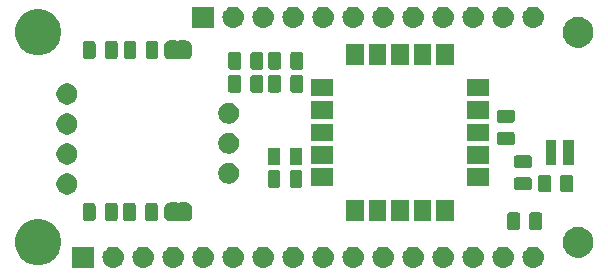
<source format=gbr>
G04 #@! TF.GenerationSoftware,KiCad,Pcbnew,(5.1.4)-1*
G04 #@! TF.CreationDate,2019-12-30T09:54:18-05:00*
G04 #@! TF.ProjectId,Feather-SAM-M8Q-GPS,46656174-6865-4722-9d53-414d2d4d3851,rev?*
G04 #@! TF.SameCoordinates,Original*
G04 #@! TF.FileFunction,Soldermask,Top*
G04 #@! TF.FilePolarity,Negative*
%FSLAX46Y46*%
G04 Gerber Fmt 4.6, Leading zero omitted, Abs format (unit mm)*
G04 Created by KiCad (PCBNEW (5.1.4)-1) date 2019-12-30 09:54:18*
%MOMM*%
%LPD*%
G04 APERTURE LIST*
%ADD10C,0.100000*%
G04 APERTURE END LIST*
D10*
G36*
X93585600Y-78320200D02*
G01*
X91783600Y-78320200D01*
X91783600Y-76518200D01*
X93585600Y-76518200D01*
X93585600Y-78320200D01*
X93585600Y-78320200D01*
G37*
G36*
X113115043Y-76524719D02*
G01*
X113181227Y-76531237D01*
X113351066Y-76582757D01*
X113507591Y-76666422D01*
X113543329Y-76695752D01*
X113644786Y-76779014D01*
X113728048Y-76880471D01*
X113757378Y-76916209D01*
X113841043Y-77072734D01*
X113892563Y-77242573D01*
X113909959Y-77419200D01*
X113892563Y-77595827D01*
X113841043Y-77765666D01*
X113757378Y-77922191D01*
X113728048Y-77957929D01*
X113644786Y-78059386D01*
X113543329Y-78142648D01*
X113507591Y-78171978D01*
X113351066Y-78255643D01*
X113181227Y-78307163D01*
X113115043Y-78313681D01*
X113048860Y-78320200D01*
X112960340Y-78320200D01*
X112894157Y-78313681D01*
X112827973Y-78307163D01*
X112658134Y-78255643D01*
X112501609Y-78171978D01*
X112465871Y-78142648D01*
X112364414Y-78059386D01*
X112281152Y-77957929D01*
X112251822Y-77922191D01*
X112168157Y-77765666D01*
X112116637Y-77595827D01*
X112099241Y-77419200D01*
X112116637Y-77242573D01*
X112168157Y-77072734D01*
X112251822Y-76916209D01*
X112281152Y-76880471D01*
X112364414Y-76779014D01*
X112465871Y-76695752D01*
X112501609Y-76666422D01*
X112658134Y-76582757D01*
X112827973Y-76531237D01*
X112894157Y-76524719D01*
X112960340Y-76518200D01*
X113048860Y-76518200D01*
X113115043Y-76524719D01*
X113115043Y-76524719D01*
G37*
G36*
X128355043Y-76524719D02*
G01*
X128421227Y-76531237D01*
X128591066Y-76582757D01*
X128747591Y-76666422D01*
X128783329Y-76695752D01*
X128884786Y-76779014D01*
X128968048Y-76880471D01*
X128997378Y-76916209D01*
X129081043Y-77072734D01*
X129132563Y-77242573D01*
X129149959Y-77419200D01*
X129132563Y-77595827D01*
X129081043Y-77765666D01*
X128997378Y-77922191D01*
X128968048Y-77957929D01*
X128884786Y-78059386D01*
X128783329Y-78142648D01*
X128747591Y-78171978D01*
X128591066Y-78255643D01*
X128421227Y-78307163D01*
X128355043Y-78313681D01*
X128288860Y-78320200D01*
X128200340Y-78320200D01*
X128134157Y-78313681D01*
X128067973Y-78307163D01*
X127898134Y-78255643D01*
X127741609Y-78171978D01*
X127705871Y-78142648D01*
X127604414Y-78059386D01*
X127521152Y-77957929D01*
X127491822Y-77922191D01*
X127408157Y-77765666D01*
X127356637Y-77595827D01*
X127339241Y-77419200D01*
X127356637Y-77242573D01*
X127408157Y-77072734D01*
X127491822Y-76916209D01*
X127521152Y-76880471D01*
X127604414Y-76779014D01*
X127705871Y-76695752D01*
X127741609Y-76666422D01*
X127898134Y-76582757D01*
X128067973Y-76531237D01*
X128134157Y-76524719D01*
X128200340Y-76518200D01*
X128288860Y-76518200D01*
X128355043Y-76524719D01*
X128355043Y-76524719D01*
G37*
G36*
X125815043Y-76524719D02*
G01*
X125881227Y-76531237D01*
X126051066Y-76582757D01*
X126207591Y-76666422D01*
X126243329Y-76695752D01*
X126344786Y-76779014D01*
X126428048Y-76880471D01*
X126457378Y-76916209D01*
X126541043Y-77072734D01*
X126592563Y-77242573D01*
X126609959Y-77419200D01*
X126592563Y-77595827D01*
X126541043Y-77765666D01*
X126457378Y-77922191D01*
X126428048Y-77957929D01*
X126344786Y-78059386D01*
X126243329Y-78142648D01*
X126207591Y-78171978D01*
X126051066Y-78255643D01*
X125881227Y-78307163D01*
X125815043Y-78313681D01*
X125748860Y-78320200D01*
X125660340Y-78320200D01*
X125594157Y-78313681D01*
X125527973Y-78307163D01*
X125358134Y-78255643D01*
X125201609Y-78171978D01*
X125165871Y-78142648D01*
X125064414Y-78059386D01*
X124981152Y-77957929D01*
X124951822Y-77922191D01*
X124868157Y-77765666D01*
X124816637Y-77595827D01*
X124799241Y-77419200D01*
X124816637Y-77242573D01*
X124868157Y-77072734D01*
X124951822Y-76916209D01*
X124981152Y-76880471D01*
X125064414Y-76779014D01*
X125165871Y-76695752D01*
X125201609Y-76666422D01*
X125358134Y-76582757D01*
X125527973Y-76531237D01*
X125594157Y-76524719D01*
X125660340Y-76518200D01*
X125748860Y-76518200D01*
X125815043Y-76524719D01*
X125815043Y-76524719D01*
G37*
G36*
X123275043Y-76524719D02*
G01*
X123341227Y-76531237D01*
X123511066Y-76582757D01*
X123667591Y-76666422D01*
X123703329Y-76695752D01*
X123804786Y-76779014D01*
X123888048Y-76880471D01*
X123917378Y-76916209D01*
X124001043Y-77072734D01*
X124052563Y-77242573D01*
X124069959Y-77419200D01*
X124052563Y-77595827D01*
X124001043Y-77765666D01*
X123917378Y-77922191D01*
X123888048Y-77957929D01*
X123804786Y-78059386D01*
X123703329Y-78142648D01*
X123667591Y-78171978D01*
X123511066Y-78255643D01*
X123341227Y-78307163D01*
X123275043Y-78313681D01*
X123208860Y-78320200D01*
X123120340Y-78320200D01*
X123054157Y-78313681D01*
X122987973Y-78307163D01*
X122818134Y-78255643D01*
X122661609Y-78171978D01*
X122625871Y-78142648D01*
X122524414Y-78059386D01*
X122441152Y-77957929D01*
X122411822Y-77922191D01*
X122328157Y-77765666D01*
X122276637Y-77595827D01*
X122259241Y-77419200D01*
X122276637Y-77242573D01*
X122328157Y-77072734D01*
X122411822Y-76916209D01*
X122441152Y-76880471D01*
X122524414Y-76779014D01*
X122625871Y-76695752D01*
X122661609Y-76666422D01*
X122818134Y-76582757D01*
X122987973Y-76531237D01*
X123054157Y-76524719D01*
X123120340Y-76518200D01*
X123208860Y-76518200D01*
X123275043Y-76524719D01*
X123275043Y-76524719D01*
G37*
G36*
X120735043Y-76524719D02*
G01*
X120801227Y-76531237D01*
X120971066Y-76582757D01*
X121127591Y-76666422D01*
X121163329Y-76695752D01*
X121264786Y-76779014D01*
X121348048Y-76880471D01*
X121377378Y-76916209D01*
X121461043Y-77072734D01*
X121512563Y-77242573D01*
X121529959Y-77419200D01*
X121512563Y-77595827D01*
X121461043Y-77765666D01*
X121377378Y-77922191D01*
X121348048Y-77957929D01*
X121264786Y-78059386D01*
X121163329Y-78142648D01*
X121127591Y-78171978D01*
X120971066Y-78255643D01*
X120801227Y-78307163D01*
X120735043Y-78313681D01*
X120668860Y-78320200D01*
X120580340Y-78320200D01*
X120514157Y-78313681D01*
X120447973Y-78307163D01*
X120278134Y-78255643D01*
X120121609Y-78171978D01*
X120085871Y-78142648D01*
X119984414Y-78059386D01*
X119901152Y-77957929D01*
X119871822Y-77922191D01*
X119788157Y-77765666D01*
X119736637Y-77595827D01*
X119719241Y-77419200D01*
X119736637Y-77242573D01*
X119788157Y-77072734D01*
X119871822Y-76916209D01*
X119901152Y-76880471D01*
X119984414Y-76779014D01*
X120085871Y-76695752D01*
X120121609Y-76666422D01*
X120278134Y-76582757D01*
X120447973Y-76531237D01*
X120514157Y-76524719D01*
X120580340Y-76518200D01*
X120668860Y-76518200D01*
X120735043Y-76524719D01*
X120735043Y-76524719D01*
G37*
G36*
X118195043Y-76524719D02*
G01*
X118261227Y-76531237D01*
X118431066Y-76582757D01*
X118587591Y-76666422D01*
X118623329Y-76695752D01*
X118724786Y-76779014D01*
X118808048Y-76880471D01*
X118837378Y-76916209D01*
X118921043Y-77072734D01*
X118972563Y-77242573D01*
X118989959Y-77419200D01*
X118972563Y-77595827D01*
X118921043Y-77765666D01*
X118837378Y-77922191D01*
X118808048Y-77957929D01*
X118724786Y-78059386D01*
X118623329Y-78142648D01*
X118587591Y-78171978D01*
X118431066Y-78255643D01*
X118261227Y-78307163D01*
X118195043Y-78313681D01*
X118128860Y-78320200D01*
X118040340Y-78320200D01*
X117974157Y-78313681D01*
X117907973Y-78307163D01*
X117738134Y-78255643D01*
X117581609Y-78171978D01*
X117545871Y-78142648D01*
X117444414Y-78059386D01*
X117361152Y-77957929D01*
X117331822Y-77922191D01*
X117248157Y-77765666D01*
X117196637Y-77595827D01*
X117179241Y-77419200D01*
X117196637Y-77242573D01*
X117248157Y-77072734D01*
X117331822Y-76916209D01*
X117361152Y-76880471D01*
X117444414Y-76779014D01*
X117545871Y-76695752D01*
X117581609Y-76666422D01*
X117738134Y-76582757D01*
X117907973Y-76531237D01*
X117974157Y-76524719D01*
X118040340Y-76518200D01*
X118128860Y-76518200D01*
X118195043Y-76524719D01*
X118195043Y-76524719D01*
G37*
G36*
X115655043Y-76524719D02*
G01*
X115721227Y-76531237D01*
X115891066Y-76582757D01*
X116047591Y-76666422D01*
X116083329Y-76695752D01*
X116184786Y-76779014D01*
X116268048Y-76880471D01*
X116297378Y-76916209D01*
X116381043Y-77072734D01*
X116432563Y-77242573D01*
X116449959Y-77419200D01*
X116432563Y-77595827D01*
X116381043Y-77765666D01*
X116297378Y-77922191D01*
X116268048Y-77957929D01*
X116184786Y-78059386D01*
X116083329Y-78142648D01*
X116047591Y-78171978D01*
X115891066Y-78255643D01*
X115721227Y-78307163D01*
X115655043Y-78313681D01*
X115588860Y-78320200D01*
X115500340Y-78320200D01*
X115434157Y-78313681D01*
X115367973Y-78307163D01*
X115198134Y-78255643D01*
X115041609Y-78171978D01*
X115005871Y-78142648D01*
X114904414Y-78059386D01*
X114821152Y-77957929D01*
X114791822Y-77922191D01*
X114708157Y-77765666D01*
X114656637Y-77595827D01*
X114639241Y-77419200D01*
X114656637Y-77242573D01*
X114708157Y-77072734D01*
X114791822Y-76916209D01*
X114821152Y-76880471D01*
X114904414Y-76779014D01*
X115005871Y-76695752D01*
X115041609Y-76666422D01*
X115198134Y-76582757D01*
X115367973Y-76531237D01*
X115434157Y-76524719D01*
X115500340Y-76518200D01*
X115588860Y-76518200D01*
X115655043Y-76524719D01*
X115655043Y-76524719D01*
G37*
G36*
X130895043Y-76524719D02*
G01*
X130961227Y-76531237D01*
X131131066Y-76582757D01*
X131287591Y-76666422D01*
X131323329Y-76695752D01*
X131424786Y-76779014D01*
X131508048Y-76880471D01*
X131537378Y-76916209D01*
X131621043Y-77072734D01*
X131672563Y-77242573D01*
X131689959Y-77419200D01*
X131672563Y-77595827D01*
X131621043Y-77765666D01*
X131537378Y-77922191D01*
X131508048Y-77957929D01*
X131424786Y-78059386D01*
X131323329Y-78142648D01*
X131287591Y-78171978D01*
X131131066Y-78255643D01*
X130961227Y-78307163D01*
X130895043Y-78313681D01*
X130828860Y-78320200D01*
X130740340Y-78320200D01*
X130674157Y-78313681D01*
X130607973Y-78307163D01*
X130438134Y-78255643D01*
X130281609Y-78171978D01*
X130245871Y-78142648D01*
X130144414Y-78059386D01*
X130061152Y-77957929D01*
X130031822Y-77922191D01*
X129948157Y-77765666D01*
X129896637Y-77595827D01*
X129879241Y-77419200D01*
X129896637Y-77242573D01*
X129948157Y-77072734D01*
X130031822Y-76916209D01*
X130061152Y-76880471D01*
X130144414Y-76779014D01*
X130245871Y-76695752D01*
X130281609Y-76666422D01*
X130438134Y-76582757D01*
X130607973Y-76531237D01*
X130674157Y-76524719D01*
X130740340Y-76518200D01*
X130828860Y-76518200D01*
X130895043Y-76524719D01*
X130895043Y-76524719D01*
G37*
G36*
X108035043Y-76524719D02*
G01*
X108101227Y-76531237D01*
X108271066Y-76582757D01*
X108427591Y-76666422D01*
X108463329Y-76695752D01*
X108564786Y-76779014D01*
X108648048Y-76880471D01*
X108677378Y-76916209D01*
X108761043Y-77072734D01*
X108812563Y-77242573D01*
X108829959Y-77419200D01*
X108812563Y-77595827D01*
X108761043Y-77765666D01*
X108677378Y-77922191D01*
X108648048Y-77957929D01*
X108564786Y-78059386D01*
X108463329Y-78142648D01*
X108427591Y-78171978D01*
X108271066Y-78255643D01*
X108101227Y-78307163D01*
X108035043Y-78313681D01*
X107968860Y-78320200D01*
X107880340Y-78320200D01*
X107814157Y-78313681D01*
X107747973Y-78307163D01*
X107578134Y-78255643D01*
X107421609Y-78171978D01*
X107385871Y-78142648D01*
X107284414Y-78059386D01*
X107201152Y-77957929D01*
X107171822Y-77922191D01*
X107088157Y-77765666D01*
X107036637Y-77595827D01*
X107019241Y-77419200D01*
X107036637Y-77242573D01*
X107088157Y-77072734D01*
X107171822Y-76916209D01*
X107201152Y-76880471D01*
X107284414Y-76779014D01*
X107385871Y-76695752D01*
X107421609Y-76666422D01*
X107578134Y-76582757D01*
X107747973Y-76531237D01*
X107814157Y-76524719D01*
X107880340Y-76518200D01*
X107968860Y-76518200D01*
X108035043Y-76524719D01*
X108035043Y-76524719D01*
G37*
G36*
X105495043Y-76524719D02*
G01*
X105561227Y-76531237D01*
X105731066Y-76582757D01*
X105887591Y-76666422D01*
X105923329Y-76695752D01*
X106024786Y-76779014D01*
X106108048Y-76880471D01*
X106137378Y-76916209D01*
X106221043Y-77072734D01*
X106272563Y-77242573D01*
X106289959Y-77419200D01*
X106272563Y-77595827D01*
X106221043Y-77765666D01*
X106137378Y-77922191D01*
X106108048Y-77957929D01*
X106024786Y-78059386D01*
X105923329Y-78142648D01*
X105887591Y-78171978D01*
X105731066Y-78255643D01*
X105561227Y-78307163D01*
X105495043Y-78313681D01*
X105428860Y-78320200D01*
X105340340Y-78320200D01*
X105274157Y-78313681D01*
X105207973Y-78307163D01*
X105038134Y-78255643D01*
X104881609Y-78171978D01*
X104845871Y-78142648D01*
X104744414Y-78059386D01*
X104661152Y-77957929D01*
X104631822Y-77922191D01*
X104548157Y-77765666D01*
X104496637Y-77595827D01*
X104479241Y-77419200D01*
X104496637Y-77242573D01*
X104548157Y-77072734D01*
X104631822Y-76916209D01*
X104661152Y-76880471D01*
X104744414Y-76779014D01*
X104845871Y-76695752D01*
X104881609Y-76666422D01*
X105038134Y-76582757D01*
X105207973Y-76531237D01*
X105274157Y-76524719D01*
X105340340Y-76518200D01*
X105428860Y-76518200D01*
X105495043Y-76524719D01*
X105495043Y-76524719D01*
G37*
G36*
X102955043Y-76524719D02*
G01*
X103021227Y-76531237D01*
X103191066Y-76582757D01*
X103347591Y-76666422D01*
X103383329Y-76695752D01*
X103484786Y-76779014D01*
X103568048Y-76880471D01*
X103597378Y-76916209D01*
X103681043Y-77072734D01*
X103732563Y-77242573D01*
X103749959Y-77419200D01*
X103732563Y-77595827D01*
X103681043Y-77765666D01*
X103597378Y-77922191D01*
X103568048Y-77957929D01*
X103484786Y-78059386D01*
X103383329Y-78142648D01*
X103347591Y-78171978D01*
X103191066Y-78255643D01*
X103021227Y-78307163D01*
X102955043Y-78313681D01*
X102888860Y-78320200D01*
X102800340Y-78320200D01*
X102734157Y-78313681D01*
X102667973Y-78307163D01*
X102498134Y-78255643D01*
X102341609Y-78171978D01*
X102305871Y-78142648D01*
X102204414Y-78059386D01*
X102121152Y-77957929D01*
X102091822Y-77922191D01*
X102008157Y-77765666D01*
X101956637Y-77595827D01*
X101939241Y-77419200D01*
X101956637Y-77242573D01*
X102008157Y-77072734D01*
X102091822Y-76916209D01*
X102121152Y-76880471D01*
X102204414Y-76779014D01*
X102305871Y-76695752D01*
X102341609Y-76666422D01*
X102498134Y-76582757D01*
X102667973Y-76531237D01*
X102734157Y-76524719D01*
X102800340Y-76518200D01*
X102888860Y-76518200D01*
X102955043Y-76524719D01*
X102955043Y-76524719D01*
G37*
G36*
X100415043Y-76524719D02*
G01*
X100481227Y-76531237D01*
X100651066Y-76582757D01*
X100807591Y-76666422D01*
X100843329Y-76695752D01*
X100944786Y-76779014D01*
X101028048Y-76880471D01*
X101057378Y-76916209D01*
X101141043Y-77072734D01*
X101192563Y-77242573D01*
X101209959Y-77419200D01*
X101192563Y-77595827D01*
X101141043Y-77765666D01*
X101057378Y-77922191D01*
X101028048Y-77957929D01*
X100944786Y-78059386D01*
X100843329Y-78142648D01*
X100807591Y-78171978D01*
X100651066Y-78255643D01*
X100481227Y-78307163D01*
X100415043Y-78313681D01*
X100348860Y-78320200D01*
X100260340Y-78320200D01*
X100194157Y-78313681D01*
X100127973Y-78307163D01*
X99958134Y-78255643D01*
X99801609Y-78171978D01*
X99765871Y-78142648D01*
X99664414Y-78059386D01*
X99581152Y-77957929D01*
X99551822Y-77922191D01*
X99468157Y-77765666D01*
X99416637Y-77595827D01*
X99399241Y-77419200D01*
X99416637Y-77242573D01*
X99468157Y-77072734D01*
X99551822Y-76916209D01*
X99581152Y-76880471D01*
X99664414Y-76779014D01*
X99765871Y-76695752D01*
X99801609Y-76666422D01*
X99958134Y-76582757D01*
X100127973Y-76531237D01*
X100194157Y-76524719D01*
X100260340Y-76518200D01*
X100348860Y-76518200D01*
X100415043Y-76524719D01*
X100415043Y-76524719D01*
G37*
G36*
X97875043Y-76524719D02*
G01*
X97941227Y-76531237D01*
X98111066Y-76582757D01*
X98267591Y-76666422D01*
X98303329Y-76695752D01*
X98404786Y-76779014D01*
X98488048Y-76880471D01*
X98517378Y-76916209D01*
X98601043Y-77072734D01*
X98652563Y-77242573D01*
X98669959Y-77419200D01*
X98652563Y-77595827D01*
X98601043Y-77765666D01*
X98517378Y-77922191D01*
X98488048Y-77957929D01*
X98404786Y-78059386D01*
X98303329Y-78142648D01*
X98267591Y-78171978D01*
X98111066Y-78255643D01*
X97941227Y-78307163D01*
X97875043Y-78313681D01*
X97808860Y-78320200D01*
X97720340Y-78320200D01*
X97654157Y-78313681D01*
X97587973Y-78307163D01*
X97418134Y-78255643D01*
X97261609Y-78171978D01*
X97225871Y-78142648D01*
X97124414Y-78059386D01*
X97041152Y-77957929D01*
X97011822Y-77922191D01*
X96928157Y-77765666D01*
X96876637Y-77595827D01*
X96859241Y-77419200D01*
X96876637Y-77242573D01*
X96928157Y-77072734D01*
X97011822Y-76916209D01*
X97041152Y-76880471D01*
X97124414Y-76779014D01*
X97225871Y-76695752D01*
X97261609Y-76666422D01*
X97418134Y-76582757D01*
X97587973Y-76531237D01*
X97654157Y-76524719D01*
X97720340Y-76518200D01*
X97808860Y-76518200D01*
X97875043Y-76524719D01*
X97875043Y-76524719D01*
G37*
G36*
X95335043Y-76524719D02*
G01*
X95401227Y-76531237D01*
X95571066Y-76582757D01*
X95727591Y-76666422D01*
X95763329Y-76695752D01*
X95864786Y-76779014D01*
X95948048Y-76880471D01*
X95977378Y-76916209D01*
X96061043Y-77072734D01*
X96112563Y-77242573D01*
X96129959Y-77419200D01*
X96112563Y-77595827D01*
X96061043Y-77765666D01*
X95977378Y-77922191D01*
X95948048Y-77957929D01*
X95864786Y-78059386D01*
X95763329Y-78142648D01*
X95727591Y-78171978D01*
X95571066Y-78255643D01*
X95401227Y-78307163D01*
X95335043Y-78313681D01*
X95268860Y-78320200D01*
X95180340Y-78320200D01*
X95114157Y-78313681D01*
X95047973Y-78307163D01*
X94878134Y-78255643D01*
X94721609Y-78171978D01*
X94685871Y-78142648D01*
X94584414Y-78059386D01*
X94501152Y-77957929D01*
X94471822Y-77922191D01*
X94388157Y-77765666D01*
X94336637Y-77595827D01*
X94319241Y-77419200D01*
X94336637Y-77242573D01*
X94388157Y-77072734D01*
X94471822Y-76916209D01*
X94501152Y-76880471D01*
X94584414Y-76779014D01*
X94685871Y-76695752D01*
X94721609Y-76666422D01*
X94878134Y-76582757D01*
X95047973Y-76531237D01*
X95114157Y-76524719D01*
X95180340Y-76518200D01*
X95268860Y-76518200D01*
X95335043Y-76524719D01*
X95335043Y-76524719D01*
G37*
G36*
X110575043Y-76524719D02*
G01*
X110641227Y-76531237D01*
X110811066Y-76582757D01*
X110967591Y-76666422D01*
X111003329Y-76695752D01*
X111104786Y-76779014D01*
X111188048Y-76880471D01*
X111217378Y-76916209D01*
X111301043Y-77072734D01*
X111352563Y-77242573D01*
X111369959Y-77419200D01*
X111352563Y-77595827D01*
X111301043Y-77765666D01*
X111217378Y-77922191D01*
X111188048Y-77957929D01*
X111104786Y-78059386D01*
X111003329Y-78142648D01*
X110967591Y-78171978D01*
X110811066Y-78255643D01*
X110641227Y-78307163D01*
X110575043Y-78313681D01*
X110508860Y-78320200D01*
X110420340Y-78320200D01*
X110354157Y-78313681D01*
X110287973Y-78307163D01*
X110118134Y-78255643D01*
X109961609Y-78171978D01*
X109925871Y-78142648D01*
X109824414Y-78059386D01*
X109741152Y-77957929D01*
X109711822Y-77922191D01*
X109628157Y-77765666D01*
X109576637Y-77595827D01*
X109559241Y-77419200D01*
X109576637Y-77242573D01*
X109628157Y-77072734D01*
X109711822Y-76916209D01*
X109741152Y-76880471D01*
X109824414Y-76779014D01*
X109925871Y-76695752D01*
X109961609Y-76666422D01*
X110118134Y-76582757D01*
X110287973Y-76531237D01*
X110354157Y-76524719D01*
X110420340Y-76518200D01*
X110508860Y-76518200D01*
X110575043Y-76524719D01*
X110575043Y-76524719D01*
G37*
G36*
X89443685Y-74273175D02*
G01*
X89715228Y-74385652D01*
X89798745Y-74420246D01*
X90118290Y-74633759D01*
X90390041Y-74905510D01*
X90545818Y-75138647D01*
X90603555Y-75225057D01*
X90750625Y-75580115D01*
X90825600Y-75957042D01*
X90825600Y-76341358D01*
X90750625Y-76718285D01*
X90668642Y-76916209D01*
X90603554Y-77073345D01*
X90390041Y-77392890D01*
X90118290Y-77664641D01*
X89798745Y-77878154D01*
X89798744Y-77878155D01*
X89798743Y-77878155D01*
X89443685Y-78025225D01*
X89066758Y-78100200D01*
X88682442Y-78100200D01*
X88305515Y-78025225D01*
X87950457Y-77878155D01*
X87950456Y-77878155D01*
X87950455Y-77878154D01*
X87630910Y-77664641D01*
X87359159Y-77392890D01*
X87145646Y-77073345D01*
X87080558Y-76916209D01*
X86998575Y-76718285D01*
X86923600Y-76341358D01*
X86923600Y-75957042D01*
X86998575Y-75580115D01*
X87145645Y-75225057D01*
X87203382Y-75138647D01*
X87359159Y-74905510D01*
X87630910Y-74633759D01*
X87950455Y-74420246D01*
X88033972Y-74385652D01*
X88305515Y-74273175D01*
X88682442Y-74198200D01*
X89066758Y-74198200D01*
X89443685Y-74273175D01*
X89443685Y-74273175D01*
G37*
G36*
X134974087Y-74898196D02*
G01*
X135210853Y-74996268D01*
X135210855Y-74996269D01*
X135391581Y-75117026D01*
X135423939Y-75138647D01*
X135605153Y-75319861D01*
X135747532Y-75532947D01*
X135845604Y-75769713D01*
X135895600Y-76021061D01*
X135895600Y-76277339D01*
X135845604Y-76528687D01*
X135767069Y-76718286D01*
X135747531Y-76765455D01*
X135605153Y-76978539D01*
X135423939Y-77159753D01*
X135210855Y-77302131D01*
X135210854Y-77302132D01*
X135210853Y-77302132D01*
X134974087Y-77400204D01*
X134722739Y-77450200D01*
X134466461Y-77450200D01*
X134215113Y-77400204D01*
X133978347Y-77302132D01*
X133978346Y-77302132D01*
X133978345Y-77302131D01*
X133765261Y-77159753D01*
X133584047Y-76978539D01*
X133441669Y-76765455D01*
X133422131Y-76718286D01*
X133343596Y-76528687D01*
X133293600Y-76277339D01*
X133293600Y-76021061D01*
X133343596Y-75769713D01*
X133441668Y-75532947D01*
X133584047Y-75319861D01*
X133765261Y-75138647D01*
X133797619Y-75117026D01*
X133978345Y-74996269D01*
X133978347Y-74996268D01*
X134215113Y-74898196D01*
X134466461Y-74848200D01*
X134722739Y-74848200D01*
X134974087Y-74898196D01*
X134974087Y-74898196D01*
G37*
G36*
X129507868Y-73624765D02*
G01*
X129546538Y-73636496D01*
X129582177Y-73655546D01*
X129613417Y-73681183D01*
X129639054Y-73712423D01*
X129658104Y-73748062D01*
X129669835Y-73786732D01*
X129674400Y-73833088D01*
X129674400Y-74909312D01*
X129669835Y-74955668D01*
X129658104Y-74994338D01*
X129639054Y-75029977D01*
X129613417Y-75061217D01*
X129582177Y-75086854D01*
X129546538Y-75105904D01*
X129507868Y-75117635D01*
X129461512Y-75122200D01*
X128810288Y-75122200D01*
X128763932Y-75117635D01*
X128725262Y-75105904D01*
X128689623Y-75086854D01*
X128658383Y-75061217D01*
X128632746Y-75029977D01*
X128613696Y-74994338D01*
X128601965Y-74955668D01*
X128597400Y-74909312D01*
X128597400Y-73833088D01*
X128601965Y-73786732D01*
X128613696Y-73748062D01*
X128632746Y-73712423D01*
X128658383Y-73681183D01*
X128689623Y-73655546D01*
X128725262Y-73636496D01*
X128763932Y-73624765D01*
X128810288Y-73620200D01*
X129461512Y-73620200D01*
X129507868Y-73624765D01*
X129507868Y-73624765D01*
G37*
G36*
X131382868Y-73624765D02*
G01*
X131421538Y-73636496D01*
X131457177Y-73655546D01*
X131488417Y-73681183D01*
X131514054Y-73712423D01*
X131533104Y-73748062D01*
X131544835Y-73786732D01*
X131549400Y-73833088D01*
X131549400Y-74909312D01*
X131544835Y-74955668D01*
X131533104Y-74994338D01*
X131514054Y-75029977D01*
X131488417Y-75061217D01*
X131457177Y-75086854D01*
X131421538Y-75105904D01*
X131382868Y-75117635D01*
X131336512Y-75122200D01*
X130685288Y-75122200D01*
X130638932Y-75117635D01*
X130600262Y-75105904D01*
X130564623Y-75086854D01*
X130533383Y-75061217D01*
X130507746Y-75029977D01*
X130488696Y-74994338D01*
X130476965Y-74955668D01*
X130472400Y-74909312D01*
X130472400Y-73833088D01*
X130476965Y-73786732D01*
X130488696Y-73748062D01*
X130507746Y-73712423D01*
X130533383Y-73681183D01*
X130564623Y-73655546D01*
X130600262Y-73636496D01*
X130638932Y-73624765D01*
X130685288Y-73620200D01*
X131336512Y-73620200D01*
X131382868Y-73624765D01*
X131382868Y-73624765D01*
G37*
G36*
X100596399Y-72783537D02*
G01*
X100606008Y-72786452D01*
X100614872Y-72791190D01*
X100622637Y-72797563D01*
X100632848Y-72810006D01*
X100639778Y-72820375D01*
X100657105Y-72837702D01*
X100677480Y-72851315D01*
X100700120Y-72860691D01*
X100724153Y-72865471D01*
X100748657Y-72865470D01*
X100772690Y-72860688D01*
X100795329Y-72851310D01*
X100815702Y-72837695D01*
X100833029Y-72820368D01*
X100839958Y-72809998D01*
X100850163Y-72797563D01*
X100857928Y-72791190D01*
X100866792Y-72786452D01*
X100876401Y-72783537D01*
X100892540Y-72781948D01*
X101380261Y-72781948D01*
X101398599Y-72783754D01*
X101410850Y-72784356D01*
X101429269Y-72784356D01*
X101451549Y-72786550D01*
X101535633Y-72803276D01*
X101557060Y-72809776D01*
X101636258Y-72842580D01*
X101641703Y-72845491D01*
X101641709Y-72845493D01*
X101650569Y-72850229D01*
X101650573Y-72850232D01*
X101656014Y-72853140D01*
X101727299Y-72900771D01*
X101744604Y-72914972D01*
X101805228Y-72975596D01*
X101819429Y-72992901D01*
X101867060Y-73064186D01*
X101869968Y-73069627D01*
X101869971Y-73069631D01*
X101874707Y-73078491D01*
X101874709Y-73078497D01*
X101877620Y-73083942D01*
X101910424Y-73163140D01*
X101916924Y-73184567D01*
X101933650Y-73268651D01*
X101935844Y-73290931D01*
X101935844Y-73309350D01*
X101936446Y-73321601D01*
X101938252Y-73339939D01*
X101938252Y-73827662D01*
X101936446Y-73845999D01*
X101935844Y-73858250D01*
X101935844Y-73876669D01*
X101933650Y-73898949D01*
X101916924Y-73983033D01*
X101910424Y-74004460D01*
X101877620Y-74083658D01*
X101874709Y-74089103D01*
X101874707Y-74089109D01*
X101869971Y-74097969D01*
X101869968Y-74097973D01*
X101867060Y-74103414D01*
X101819429Y-74174699D01*
X101805228Y-74192004D01*
X101744604Y-74252628D01*
X101727299Y-74266829D01*
X101656014Y-74314460D01*
X101650573Y-74317368D01*
X101650569Y-74317371D01*
X101641709Y-74322107D01*
X101641703Y-74322109D01*
X101636258Y-74325020D01*
X101557060Y-74357824D01*
X101535633Y-74364324D01*
X101451549Y-74381050D01*
X101429269Y-74383244D01*
X101410850Y-74383244D01*
X101398599Y-74383846D01*
X101380262Y-74385652D01*
X100892540Y-74385652D01*
X100876401Y-74384063D01*
X100866792Y-74381148D01*
X100857928Y-74376410D01*
X100850163Y-74370037D01*
X100839952Y-74357594D01*
X100833022Y-74347225D01*
X100815695Y-74329898D01*
X100795320Y-74316285D01*
X100772680Y-74306909D01*
X100748647Y-74302129D01*
X100724143Y-74302130D01*
X100700110Y-74306912D01*
X100677471Y-74316290D01*
X100657098Y-74329905D01*
X100639771Y-74347232D01*
X100632842Y-74357602D01*
X100622637Y-74370037D01*
X100614872Y-74376410D01*
X100606008Y-74381148D01*
X100596399Y-74384063D01*
X100580260Y-74385652D01*
X100092538Y-74385652D01*
X100074201Y-74383846D01*
X100061950Y-74383244D01*
X100043531Y-74383244D01*
X100021251Y-74381050D01*
X99937167Y-74364324D01*
X99915740Y-74357824D01*
X99836542Y-74325020D01*
X99831097Y-74322109D01*
X99831091Y-74322107D01*
X99822231Y-74317371D01*
X99822227Y-74317368D01*
X99816786Y-74314460D01*
X99745501Y-74266829D01*
X99728196Y-74252628D01*
X99667572Y-74192004D01*
X99653371Y-74174699D01*
X99605740Y-74103414D01*
X99602832Y-74097973D01*
X99602829Y-74097969D01*
X99598093Y-74089109D01*
X99598091Y-74089103D01*
X99595180Y-74083658D01*
X99562376Y-74004460D01*
X99555876Y-73983033D01*
X99539150Y-73898949D01*
X99536956Y-73876669D01*
X99536956Y-73858250D01*
X99536354Y-73845999D01*
X99534548Y-73827662D01*
X99534548Y-73339938D01*
X99536354Y-73321601D01*
X99536956Y-73309350D01*
X99536956Y-73290931D01*
X99539150Y-73268651D01*
X99555876Y-73184567D01*
X99562376Y-73163140D01*
X99595180Y-73083942D01*
X99598091Y-73078497D01*
X99598093Y-73078491D01*
X99602829Y-73069631D01*
X99602832Y-73069627D01*
X99605740Y-73064186D01*
X99653371Y-72992901D01*
X99667572Y-72975596D01*
X99728196Y-72914972D01*
X99745501Y-72900771D01*
X99816786Y-72853140D01*
X99822227Y-72850232D01*
X99822231Y-72850229D01*
X99831091Y-72845493D01*
X99831097Y-72845491D01*
X99836542Y-72842580D01*
X99915740Y-72809776D01*
X99937167Y-72803276D01*
X100021251Y-72786550D01*
X100043531Y-72784356D01*
X100061950Y-72784356D01*
X100074201Y-72783754D01*
X100092539Y-72781948D01*
X100580260Y-72781948D01*
X100596399Y-72783537D01*
X100596399Y-72783537D01*
G37*
G36*
X116457001Y-74352801D02*
G01*
X114956999Y-74352801D01*
X114956999Y-72552799D01*
X116457001Y-72552799D01*
X116457001Y-74352801D01*
X116457001Y-74352801D01*
G37*
G36*
X124057001Y-74352801D02*
G01*
X122556999Y-74352801D01*
X122556999Y-72552799D01*
X124057001Y-72552799D01*
X124057001Y-74352801D01*
X124057001Y-74352801D01*
G37*
G36*
X122157001Y-74352801D02*
G01*
X120656999Y-74352801D01*
X120656999Y-72552799D01*
X122157001Y-72552799D01*
X122157001Y-74352801D01*
X122157001Y-74352801D01*
G37*
G36*
X120257001Y-74352801D02*
G01*
X118756999Y-74352801D01*
X118756999Y-72552799D01*
X120257001Y-72552799D01*
X120257001Y-74352801D01*
X120257001Y-74352801D01*
G37*
G36*
X118357001Y-74352801D02*
G01*
X116856999Y-74352801D01*
X116856999Y-72552799D01*
X118357001Y-72552799D01*
X118357001Y-74352801D01*
X118357001Y-74352801D01*
G37*
G36*
X95441868Y-72837365D02*
G01*
X95480538Y-72849096D01*
X95516177Y-72868146D01*
X95547417Y-72893783D01*
X95573054Y-72925023D01*
X95592104Y-72960662D01*
X95603835Y-72999332D01*
X95608400Y-73045688D01*
X95608400Y-74121912D01*
X95603835Y-74168268D01*
X95592104Y-74206938D01*
X95573054Y-74242577D01*
X95547417Y-74273817D01*
X95516177Y-74299454D01*
X95480538Y-74318504D01*
X95441868Y-74330235D01*
X95395512Y-74334800D01*
X94744288Y-74334800D01*
X94697932Y-74330235D01*
X94659262Y-74318504D01*
X94623623Y-74299454D01*
X94592383Y-74273817D01*
X94566746Y-74242577D01*
X94547696Y-74206938D01*
X94535965Y-74168268D01*
X94531400Y-74121912D01*
X94531400Y-73045688D01*
X94535965Y-72999332D01*
X94547696Y-72960662D01*
X94566746Y-72925023D01*
X94592383Y-72893783D01*
X94623623Y-72868146D01*
X94659262Y-72849096D01*
X94697932Y-72837365D01*
X94744288Y-72832800D01*
X95395512Y-72832800D01*
X95441868Y-72837365D01*
X95441868Y-72837365D01*
G37*
G36*
X93566868Y-72837365D02*
G01*
X93605538Y-72849096D01*
X93641177Y-72868146D01*
X93672417Y-72893783D01*
X93698054Y-72925023D01*
X93717104Y-72960662D01*
X93728835Y-72999332D01*
X93733400Y-73045688D01*
X93733400Y-74121912D01*
X93728835Y-74168268D01*
X93717104Y-74206938D01*
X93698054Y-74242577D01*
X93672417Y-74273817D01*
X93641177Y-74299454D01*
X93605538Y-74318504D01*
X93566868Y-74330235D01*
X93520512Y-74334800D01*
X92869288Y-74334800D01*
X92822932Y-74330235D01*
X92784262Y-74318504D01*
X92748623Y-74299454D01*
X92717383Y-74273817D01*
X92691746Y-74242577D01*
X92672696Y-74206938D01*
X92660965Y-74168268D01*
X92656400Y-74121912D01*
X92656400Y-73045688D01*
X92660965Y-72999332D01*
X92672696Y-72960662D01*
X92691746Y-72925023D01*
X92717383Y-72893783D01*
X92748623Y-72868146D01*
X92784262Y-72849096D01*
X92822932Y-72837365D01*
X92869288Y-72832800D01*
X93520512Y-72832800D01*
X93566868Y-72837365D01*
X93566868Y-72837365D01*
G37*
G36*
X96970468Y-72837365D02*
G01*
X97009138Y-72849096D01*
X97044777Y-72868146D01*
X97076017Y-72893783D01*
X97101654Y-72925023D01*
X97120704Y-72960662D01*
X97132435Y-72999332D01*
X97137000Y-73045688D01*
X97137000Y-74121912D01*
X97132435Y-74168268D01*
X97120704Y-74206938D01*
X97101654Y-74242577D01*
X97076017Y-74273817D01*
X97044777Y-74299454D01*
X97009138Y-74318504D01*
X96970468Y-74330235D01*
X96924112Y-74334800D01*
X96272888Y-74334800D01*
X96226532Y-74330235D01*
X96187862Y-74318504D01*
X96152223Y-74299454D01*
X96120983Y-74273817D01*
X96095346Y-74242577D01*
X96076296Y-74206938D01*
X96064565Y-74168268D01*
X96060000Y-74121912D01*
X96060000Y-73045688D01*
X96064565Y-72999332D01*
X96076296Y-72960662D01*
X96095346Y-72925023D01*
X96120983Y-72893783D01*
X96152223Y-72868146D01*
X96187862Y-72849096D01*
X96226532Y-72837365D01*
X96272888Y-72832800D01*
X96924112Y-72832800D01*
X96970468Y-72837365D01*
X96970468Y-72837365D01*
G37*
G36*
X98845468Y-72837365D02*
G01*
X98884138Y-72849096D01*
X98919777Y-72868146D01*
X98951017Y-72893783D01*
X98976654Y-72925023D01*
X98995704Y-72960662D01*
X99007435Y-72999332D01*
X99012000Y-73045688D01*
X99012000Y-74121912D01*
X99007435Y-74168268D01*
X98995704Y-74206938D01*
X98976654Y-74242577D01*
X98951017Y-74273817D01*
X98919777Y-74299454D01*
X98884138Y-74318504D01*
X98845468Y-74330235D01*
X98799112Y-74334800D01*
X98147888Y-74334800D01*
X98101532Y-74330235D01*
X98062862Y-74318504D01*
X98027223Y-74299454D01*
X97995983Y-74273817D01*
X97970346Y-74242577D01*
X97951296Y-74206938D01*
X97939565Y-74168268D01*
X97935000Y-74121912D01*
X97935000Y-73045688D01*
X97939565Y-72999332D01*
X97951296Y-72960662D01*
X97970346Y-72925023D01*
X97995983Y-72893783D01*
X98027223Y-72868146D01*
X98062862Y-72849096D01*
X98101532Y-72837365D01*
X98147888Y-72832800D01*
X98799112Y-72832800D01*
X98845468Y-72837365D01*
X98845468Y-72837365D01*
G37*
G36*
X91572369Y-70366571D02*
G01*
X91734195Y-70433602D01*
X91879829Y-70530911D01*
X92003689Y-70654771D01*
X92100998Y-70800405D01*
X92168029Y-70962231D01*
X92202200Y-71134020D01*
X92202200Y-71309180D01*
X92168029Y-71480969D01*
X92100998Y-71642795D01*
X92003689Y-71788429D01*
X91879829Y-71912289D01*
X91734195Y-72009598D01*
X91572369Y-72076629D01*
X91400580Y-72110800D01*
X91225420Y-72110800D01*
X91053631Y-72076629D01*
X90891805Y-72009598D01*
X90746171Y-71912289D01*
X90622311Y-71788429D01*
X90525002Y-71642795D01*
X90457971Y-71480969D01*
X90423800Y-71309180D01*
X90423800Y-71134020D01*
X90457971Y-70962231D01*
X90525002Y-70800405D01*
X90622311Y-70654771D01*
X90746171Y-70530911D01*
X90891805Y-70433602D01*
X91053631Y-70366571D01*
X91225420Y-70332400D01*
X91400580Y-70332400D01*
X91572369Y-70366571D01*
X91572369Y-70366571D01*
G37*
G36*
X133999068Y-70424365D02*
G01*
X134037738Y-70436096D01*
X134073377Y-70455146D01*
X134104617Y-70480783D01*
X134130254Y-70512023D01*
X134149304Y-70547662D01*
X134161035Y-70586332D01*
X134165600Y-70632688D01*
X134165600Y-71708912D01*
X134161035Y-71755268D01*
X134149304Y-71793938D01*
X134130254Y-71829577D01*
X134104617Y-71860817D01*
X134073377Y-71886454D01*
X134037738Y-71905504D01*
X133999068Y-71917235D01*
X133952712Y-71921800D01*
X133301488Y-71921800D01*
X133255132Y-71917235D01*
X133216462Y-71905504D01*
X133180823Y-71886454D01*
X133149583Y-71860817D01*
X133123946Y-71829577D01*
X133104896Y-71793938D01*
X133093165Y-71755268D01*
X133088600Y-71708912D01*
X133088600Y-70632688D01*
X133093165Y-70586332D01*
X133104896Y-70547662D01*
X133123946Y-70512023D01*
X133149583Y-70480783D01*
X133180823Y-70455146D01*
X133216462Y-70436096D01*
X133255132Y-70424365D01*
X133301488Y-70419800D01*
X133952712Y-70419800D01*
X133999068Y-70424365D01*
X133999068Y-70424365D01*
G37*
G36*
X132124068Y-70424365D02*
G01*
X132162738Y-70436096D01*
X132198377Y-70455146D01*
X132229617Y-70480783D01*
X132255254Y-70512023D01*
X132274304Y-70547662D01*
X132286035Y-70586332D01*
X132290600Y-70632688D01*
X132290600Y-71708912D01*
X132286035Y-71755268D01*
X132274304Y-71793938D01*
X132255254Y-71829577D01*
X132229617Y-71860817D01*
X132198377Y-71886454D01*
X132162738Y-71905504D01*
X132124068Y-71917235D01*
X132077712Y-71921800D01*
X131426488Y-71921800D01*
X131380132Y-71917235D01*
X131341462Y-71905504D01*
X131305823Y-71886454D01*
X131274583Y-71860817D01*
X131248946Y-71829577D01*
X131229896Y-71793938D01*
X131218165Y-71755268D01*
X131213600Y-71708912D01*
X131213600Y-70632688D01*
X131218165Y-70586332D01*
X131229896Y-70547662D01*
X131248946Y-70512023D01*
X131274583Y-70480783D01*
X131305823Y-70455146D01*
X131341462Y-70436096D01*
X131380132Y-70424365D01*
X131426488Y-70419800D01*
X132077712Y-70419800D01*
X132124068Y-70424365D01*
X132124068Y-70424365D01*
G37*
G36*
X130505468Y-70659965D02*
G01*
X130544138Y-70671696D01*
X130579777Y-70690746D01*
X130611017Y-70716383D01*
X130636654Y-70747623D01*
X130655704Y-70783262D01*
X130667435Y-70821932D01*
X130672000Y-70868288D01*
X130672000Y-71519512D01*
X130667435Y-71565868D01*
X130655704Y-71604538D01*
X130636654Y-71640177D01*
X130611017Y-71671417D01*
X130579777Y-71697054D01*
X130544138Y-71716104D01*
X130505468Y-71727835D01*
X130459112Y-71732400D01*
X129382888Y-71732400D01*
X129336532Y-71727835D01*
X129297862Y-71716104D01*
X129262223Y-71697054D01*
X129230983Y-71671417D01*
X129205346Y-71640177D01*
X129186296Y-71604538D01*
X129174565Y-71565868D01*
X129170000Y-71519512D01*
X129170000Y-70868288D01*
X129174565Y-70821932D01*
X129186296Y-70783262D01*
X129205346Y-70747623D01*
X129230983Y-70716383D01*
X129262223Y-70690746D01*
X129297862Y-70671696D01*
X129336532Y-70659965D01*
X129382888Y-70655400D01*
X130459112Y-70655400D01*
X130505468Y-70659965D01*
X130505468Y-70659965D01*
G37*
G36*
X111088268Y-70043365D02*
G01*
X111126938Y-70055096D01*
X111162577Y-70074146D01*
X111193817Y-70099783D01*
X111219454Y-70131023D01*
X111238504Y-70166662D01*
X111250235Y-70205332D01*
X111254800Y-70251688D01*
X111254800Y-71327912D01*
X111250235Y-71374268D01*
X111238504Y-71412938D01*
X111219454Y-71448577D01*
X111193817Y-71479817D01*
X111162577Y-71505454D01*
X111126938Y-71524504D01*
X111088268Y-71536235D01*
X111041912Y-71540800D01*
X110390688Y-71540800D01*
X110344332Y-71536235D01*
X110305662Y-71524504D01*
X110270023Y-71505454D01*
X110238783Y-71479817D01*
X110213146Y-71448577D01*
X110194096Y-71412938D01*
X110182365Y-71374268D01*
X110177800Y-71327912D01*
X110177800Y-70251688D01*
X110182365Y-70205332D01*
X110194096Y-70166662D01*
X110213146Y-70131023D01*
X110238783Y-70099783D01*
X110270023Y-70074146D01*
X110305662Y-70055096D01*
X110344332Y-70043365D01*
X110390688Y-70038800D01*
X111041912Y-70038800D01*
X111088268Y-70043365D01*
X111088268Y-70043365D01*
G37*
G36*
X109213268Y-70043365D02*
G01*
X109251938Y-70055096D01*
X109287577Y-70074146D01*
X109318817Y-70099783D01*
X109344454Y-70131023D01*
X109363504Y-70166662D01*
X109375235Y-70205332D01*
X109379800Y-70251688D01*
X109379800Y-71327912D01*
X109375235Y-71374268D01*
X109363504Y-71412938D01*
X109344454Y-71448577D01*
X109318817Y-71479817D01*
X109287577Y-71505454D01*
X109251938Y-71524504D01*
X109213268Y-71536235D01*
X109166912Y-71540800D01*
X108515688Y-71540800D01*
X108469332Y-71536235D01*
X108430662Y-71524504D01*
X108395023Y-71505454D01*
X108363783Y-71479817D01*
X108338146Y-71448577D01*
X108319096Y-71412938D01*
X108307365Y-71374268D01*
X108302800Y-71327912D01*
X108302800Y-70251688D01*
X108307365Y-70205332D01*
X108319096Y-70166662D01*
X108338146Y-70131023D01*
X108363783Y-70099783D01*
X108395023Y-70074146D01*
X108430662Y-70055096D01*
X108469332Y-70043365D01*
X108515688Y-70038800D01*
X109166912Y-70038800D01*
X109213268Y-70043365D01*
X109213268Y-70043365D01*
G37*
G36*
X127007001Y-71402801D02*
G01*
X125206999Y-71402801D01*
X125206999Y-69902799D01*
X127007001Y-69902799D01*
X127007001Y-71402801D01*
X127007001Y-71402801D01*
G37*
G36*
X113807001Y-71402801D02*
G01*
X112006999Y-71402801D01*
X112006999Y-69902799D01*
X113807001Y-69902799D01*
X113807001Y-71402801D01*
X113807001Y-71402801D01*
G37*
G36*
X105275669Y-69452171D02*
G01*
X105437495Y-69519202D01*
X105583129Y-69616511D01*
X105706989Y-69740371D01*
X105804298Y-69886005D01*
X105871329Y-70047831D01*
X105905500Y-70219620D01*
X105905500Y-70394780D01*
X105871329Y-70566569D01*
X105804298Y-70728395D01*
X105706989Y-70874029D01*
X105583129Y-70997889D01*
X105437495Y-71095198D01*
X105275669Y-71162229D01*
X105103880Y-71196400D01*
X104928720Y-71196400D01*
X104756931Y-71162229D01*
X104595105Y-71095198D01*
X104449471Y-70997889D01*
X104325611Y-70874029D01*
X104228302Y-70728395D01*
X104161271Y-70566569D01*
X104127100Y-70394780D01*
X104127100Y-70219620D01*
X104161271Y-70047831D01*
X104228302Y-69886005D01*
X104325611Y-69740371D01*
X104449471Y-69616511D01*
X104595105Y-69519202D01*
X104756931Y-69452171D01*
X104928720Y-69418000D01*
X105103880Y-69418000D01*
X105275669Y-69452171D01*
X105275669Y-69452171D01*
G37*
G36*
X130505468Y-68784965D02*
G01*
X130544138Y-68796696D01*
X130579777Y-68815746D01*
X130611017Y-68841383D01*
X130636654Y-68872623D01*
X130655704Y-68908262D01*
X130667435Y-68946932D01*
X130672000Y-68993288D01*
X130672000Y-69644512D01*
X130667435Y-69690868D01*
X130655704Y-69729538D01*
X130636654Y-69765177D01*
X130611017Y-69796417D01*
X130579777Y-69822054D01*
X130544138Y-69841104D01*
X130505468Y-69852835D01*
X130459112Y-69857400D01*
X129382888Y-69857400D01*
X129336532Y-69852835D01*
X129297862Y-69841104D01*
X129262223Y-69822054D01*
X129230983Y-69796417D01*
X129205346Y-69765177D01*
X129186296Y-69729538D01*
X129174565Y-69690868D01*
X129170000Y-69644512D01*
X129170000Y-68993288D01*
X129174565Y-68946932D01*
X129186296Y-68908262D01*
X129205346Y-68872623D01*
X129230983Y-68841383D01*
X129262223Y-68815746D01*
X129297862Y-68796696D01*
X129336532Y-68784965D01*
X129382888Y-68780400D01*
X130459112Y-68780400D01*
X130505468Y-68784965D01*
X130505468Y-68784965D01*
G37*
G36*
X109213268Y-68138365D02*
G01*
X109251938Y-68150096D01*
X109287577Y-68169146D01*
X109318817Y-68194783D01*
X109344454Y-68226023D01*
X109363504Y-68261662D01*
X109375235Y-68300332D01*
X109379800Y-68346688D01*
X109379800Y-69422912D01*
X109375235Y-69469268D01*
X109363504Y-69507938D01*
X109344454Y-69543577D01*
X109318817Y-69574817D01*
X109287577Y-69600454D01*
X109251938Y-69619504D01*
X109213268Y-69631235D01*
X109166912Y-69635800D01*
X108515688Y-69635800D01*
X108469332Y-69631235D01*
X108430662Y-69619504D01*
X108395023Y-69600454D01*
X108363783Y-69574817D01*
X108338146Y-69543577D01*
X108319096Y-69507938D01*
X108307365Y-69469268D01*
X108302800Y-69422912D01*
X108302800Y-68346688D01*
X108307365Y-68300332D01*
X108319096Y-68261662D01*
X108338146Y-68226023D01*
X108363783Y-68194783D01*
X108395023Y-68169146D01*
X108430662Y-68150096D01*
X108469332Y-68138365D01*
X108515688Y-68133800D01*
X109166912Y-68133800D01*
X109213268Y-68138365D01*
X109213268Y-68138365D01*
G37*
G36*
X111088268Y-68138365D02*
G01*
X111126938Y-68150096D01*
X111162577Y-68169146D01*
X111193817Y-68194783D01*
X111219454Y-68226023D01*
X111238504Y-68261662D01*
X111250235Y-68300332D01*
X111254800Y-68346688D01*
X111254800Y-69422912D01*
X111250235Y-69469268D01*
X111238504Y-69507938D01*
X111219454Y-69543577D01*
X111193817Y-69574817D01*
X111162577Y-69600454D01*
X111126938Y-69619504D01*
X111088268Y-69631235D01*
X111041912Y-69635800D01*
X110390688Y-69635800D01*
X110344332Y-69631235D01*
X110305662Y-69619504D01*
X110270023Y-69600454D01*
X110238783Y-69574817D01*
X110213146Y-69543577D01*
X110194096Y-69507938D01*
X110182365Y-69469268D01*
X110177800Y-69422912D01*
X110177800Y-68346688D01*
X110182365Y-68300332D01*
X110194096Y-68261662D01*
X110213146Y-68226023D01*
X110238783Y-68194783D01*
X110270023Y-68169146D01*
X110305662Y-68150096D01*
X110344332Y-68138365D01*
X110390688Y-68133800D01*
X111041912Y-68133800D01*
X111088268Y-68138365D01*
X111088268Y-68138365D01*
G37*
G36*
X132746200Y-69580200D02*
G01*
X131844200Y-69580200D01*
X131844200Y-67478200D01*
X132746200Y-67478200D01*
X132746200Y-69580200D01*
X132746200Y-69580200D01*
G37*
G36*
X134246200Y-69580200D02*
G01*
X133344200Y-69580200D01*
X133344200Y-67478200D01*
X134246200Y-67478200D01*
X134246200Y-69580200D01*
X134246200Y-69580200D01*
G37*
G36*
X91572369Y-67826571D02*
G01*
X91734195Y-67893602D01*
X91879829Y-67990911D01*
X92003689Y-68114771D01*
X92100998Y-68260405D01*
X92168029Y-68422231D01*
X92202200Y-68594020D01*
X92202200Y-68769180D01*
X92168029Y-68940969D01*
X92100998Y-69102795D01*
X92003689Y-69248429D01*
X91879829Y-69372289D01*
X91734195Y-69469598D01*
X91572369Y-69536629D01*
X91400580Y-69570800D01*
X91225420Y-69570800D01*
X91053631Y-69536629D01*
X90891805Y-69469598D01*
X90746171Y-69372289D01*
X90622311Y-69248429D01*
X90525002Y-69102795D01*
X90457971Y-68940969D01*
X90423800Y-68769180D01*
X90423800Y-68594020D01*
X90457971Y-68422231D01*
X90525002Y-68260405D01*
X90622311Y-68114771D01*
X90746171Y-67990911D01*
X90891805Y-67893602D01*
X91053631Y-67826571D01*
X91225420Y-67792400D01*
X91400580Y-67792400D01*
X91572369Y-67826571D01*
X91572369Y-67826571D01*
G37*
G36*
X127007001Y-69502801D02*
G01*
X125206999Y-69502801D01*
X125206999Y-68002799D01*
X127007001Y-68002799D01*
X127007001Y-69502801D01*
X127007001Y-69502801D01*
G37*
G36*
X113807001Y-69502801D02*
G01*
X112006999Y-69502801D01*
X112006999Y-68002799D01*
X113807001Y-68002799D01*
X113807001Y-69502801D01*
X113807001Y-69502801D01*
G37*
G36*
X105275669Y-66912171D02*
G01*
X105437495Y-66979202D01*
X105583129Y-67076511D01*
X105706989Y-67200371D01*
X105804298Y-67346005D01*
X105871329Y-67507831D01*
X105905500Y-67679620D01*
X105905500Y-67854780D01*
X105871329Y-68026569D01*
X105804298Y-68188395D01*
X105706989Y-68334029D01*
X105583129Y-68457889D01*
X105437495Y-68555198D01*
X105275669Y-68622229D01*
X105103880Y-68656400D01*
X104928720Y-68656400D01*
X104756931Y-68622229D01*
X104595105Y-68555198D01*
X104449471Y-68457889D01*
X104325611Y-68334029D01*
X104228302Y-68188395D01*
X104161271Y-68026569D01*
X104127100Y-67854780D01*
X104127100Y-67679620D01*
X104161271Y-67507831D01*
X104228302Y-67346005D01*
X104325611Y-67200371D01*
X104449471Y-67076511D01*
X104595105Y-66979202D01*
X104756931Y-66912171D01*
X104928720Y-66878000D01*
X105103880Y-66878000D01*
X105275669Y-66912171D01*
X105275669Y-66912171D01*
G37*
G36*
X129057668Y-66824565D02*
G01*
X129096338Y-66836296D01*
X129131977Y-66855346D01*
X129163217Y-66880983D01*
X129188854Y-66912223D01*
X129207904Y-66947862D01*
X129219635Y-66986532D01*
X129224200Y-67032888D01*
X129224200Y-67684112D01*
X129219635Y-67730468D01*
X129207904Y-67769138D01*
X129188854Y-67804777D01*
X129163217Y-67836017D01*
X129131977Y-67861654D01*
X129096338Y-67880704D01*
X129057668Y-67892435D01*
X129011312Y-67897000D01*
X127935088Y-67897000D01*
X127888732Y-67892435D01*
X127850062Y-67880704D01*
X127814423Y-67861654D01*
X127783183Y-67836017D01*
X127757546Y-67804777D01*
X127738496Y-67769138D01*
X127726765Y-67730468D01*
X127722200Y-67684112D01*
X127722200Y-67032888D01*
X127726765Y-66986532D01*
X127738496Y-66947862D01*
X127757546Y-66912223D01*
X127783183Y-66880983D01*
X127814423Y-66855346D01*
X127850062Y-66836296D01*
X127888732Y-66824565D01*
X127935088Y-66820000D01*
X129011312Y-66820000D01*
X129057668Y-66824565D01*
X129057668Y-66824565D01*
G37*
G36*
X127007001Y-67602801D02*
G01*
X125206999Y-67602801D01*
X125206999Y-66102799D01*
X127007001Y-66102799D01*
X127007001Y-67602801D01*
X127007001Y-67602801D01*
G37*
G36*
X113807001Y-67602801D02*
G01*
X112006999Y-67602801D01*
X112006999Y-66102799D01*
X113807001Y-66102799D01*
X113807001Y-67602801D01*
X113807001Y-67602801D01*
G37*
G36*
X91572369Y-65286571D02*
G01*
X91734195Y-65353602D01*
X91879829Y-65450911D01*
X92003689Y-65574771D01*
X92100998Y-65720405D01*
X92168029Y-65882231D01*
X92202200Y-66054020D01*
X92202200Y-66229180D01*
X92168029Y-66400969D01*
X92100998Y-66562795D01*
X92003689Y-66708429D01*
X91879829Y-66832289D01*
X91734195Y-66929598D01*
X91572369Y-66996629D01*
X91400580Y-67030800D01*
X91225420Y-67030800D01*
X91053631Y-66996629D01*
X90891805Y-66929598D01*
X90746171Y-66832289D01*
X90622311Y-66708429D01*
X90525002Y-66562795D01*
X90457971Y-66400969D01*
X90423800Y-66229180D01*
X90423800Y-66054020D01*
X90457971Y-65882231D01*
X90525002Y-65720405D01*
X90622311Y-65574771D01*
X90746171Y-65450911D01*
X90891805Y-65353602D01*
X91053631Y-65286571D01*
X91225420Y-65252400D01*
X91400580Y-65252400D01*
X91572369Y-65286571D01*
X91572369Y-65286571D01*
G37*
G36*
X105275669Y-64372171D02*
G01*
X105437495Y-64439202D01*
X105583129Y-64536511D01*
X105706989Y-64660371D01*
X105804298Y-64806005D01*
X105871329Y-64967831D01*
X105905500Y-65139620D01*
X105905500Y-65314780D01*
X105871329Y-65486569D01*
X105804298Y-65648395D01*
X105706989Y-65794029D01*
X105583129Y-65917889D01*
X105437495Y-66015198D01*
X105275669Y-66082229D01*
X105103880Y-66116400D01*
X104928720Y-66116400D01*
X104756931Y-66082229D01*
X104595105Y-66015198D01*
X104449471Y-65917889D01*
X104325611Y-65794029D01*
X104228302Y-65648395D01*
X104161271Y-65486569D01*
X104127100Y-65314780D01*
X104127100Y-65139620D01*
X104161271Y-64967831D01*
X104228302Y-64806005D01*
X104325611Y-64660371D01*
X104449471Y-64536511D01*
X104595105Y-64439202D01*
X104756931Y-64372171D01*
X104928720Y-64338000D01*
X105103880Y-64338000D01*
X105275669Y-64372171D01*
X105275669Y-64372171D01*
G37*
G36*
X129057668Y-64949565D02*
G01*
X129096338Y-64961296D01*
X129131977Y-64980346D01*
X129163217Y-65005983D01*
X129188854Y-65037223D01*
X129207904Y-65072862D01*
X129219635Y-65111532D01*
X129224200Y-65157888D01*
X129224200Y-65809112D01*
X129219635Y-65855468D01*
X129207904Y-65894138D01*
X129188854Y-65929777D01*
X129163217Y-65961017D01*
X129131977Y-65986654D01*
X129096338Y-66005704D01*
X129057668Y-66017435D01*
X129011312Y-66022000D01*
X127935088Y-66022000D01*
X127888732Y-66017435D01*
X127850062Y-66005704D01*
X127814423Y-65986654D01*
X127783183Y-65961017D01*
X127757546Y-65929777D01*
X127738496Y-65894138D01*
X127726765Y-65855468D01*
X127722200Y-65809112D01*
X127722200Y-65157888D01*
X127726765Y-65111532D01*
X127738496Y-65072862D01*
X127757546Y-65037223D01*
X127783183Y-65005983D01*
X127814423Y-64980346D01*
X127850062Y-64961296D01*
X127888732Y-64949565D01*
X127935088Y-64945000D01*
X129011312Y-64945000D01*
X129057668Y-64949565D01*
X129057668Y-64949565D01*
G37*
G36*
X127007001Y-65702801D02*
G01*
X125206999Y-65702801D01*
X125206999Y-64202799D01*
X127007001Y-64202799D01*
X127007001Y-65702801D01*
X127007001Y-65702801D01*
G37*
G36*
X113807001Y-65702801D02*
G01*
X112006999Y-65702801D01*
X112006999Y-64202799D01*
X113807001Y-64202799D01*
X113807001Y-65702801D01*
X113807001Y-65702801D01*
G37*
G36*
X91572369Y-62746571D02*
G01*
X91734195Y-62813602D01*
X91879829Y-62910911D01*
X92003689Y-63034771D01*
X92100998Y-63180405D01*
X92168029Y-63342231D01*
X92202200Y-63514020D01*
X92202200Y-63689180D01*
X92168029Y-63860969D01*
X92100998Y-64022795D01*
X92003689Y-64168429D01*
X91879829Y-64292289D01*
X91734195Y-64389598D01*
X91572369Y-64456629D01*
X91400580Y-64490800D01*
X91225420Y-64490800D01*
X91053631Y-64456629D01*
X90891805Y-64389598D01*
X90746171Y-64292289D01*
X90622311Y-64168429D01*
X90525002Y-64022795D01*
X90457971Y-63860969D01*
X90423800Y-63689180D01*
X90423800Y-63514020D01*
X90457971Y-63342231D01*
X90525002Y-63180405D01*
X90622311Y-63034771D01*
X90746171Y-62910911D01*
X90891805Y-62813602D01*
X91053631Y-62746571D01*
X91225420Y-62712400D01*
X91400580Y-62712400D01*
X91572369Y-62746571D01*
X91572369Y-62746571D01*
G37*
G36*
X127007001Y-63802801D02*
G01*
X125206999Y-63802801D01*
X125206999Y-62302799D01*
X127007001Y-62302799D01*
X127007001Y-63802801D01*
X127007001Y-63802801D01*
G37*
G36*
X113807001Y-63802801D02*
G01*
X112006999Y-63802801D01*
X112006999Y-62302799D01*
X113807001Y-62302799D01*
X113807001Y-63802801D01*
X113807001Y-63802801D01*
G37*
G36*
X107760868Y-61991565D02*
G01*
X107799538Y-62003296D01*
X107835177Y-62022346D01*
X107866417Y-62047983D01*
X107892054Y-62079223D01*
X107911104Y-62114862D01*
X107922835Y-62153532D01*
X107927400Y-62199888D01*
X107927400Y-63276112D01*
X107922835Y-63322468D01*
X107911104Y-63361138D01*
X107892054Y-63396777D01*
X107866417Y-63428017D01*
X107835177Y-63453654D01*
X107799538Y-63472704D01*
X107760868Y-63484435D01*
X107714512Y-63489000D01*
X107063288Y-63489000D01*
X107016932Y-63484435D01*
X106978262Y-63472704D01*
X106942623Y-63453654D01*
X106911383Y-63428017D01*
X106885746Y-63396777D01*
X106866696Y-63361138D01*
X106854965Y-63322468D01*
X106850400Y-63276112D01*
X106850400Y-62199888D01*
X106854965Y-62153532D01*
X106866696Y-62114862D01*
X106885746Y-62079223D01*
X106911383Y-62047983D01*
X106942623Y-62022346D01*
X106978262Y-62003296D01*
X107016932Y-61991565D01*
X107063288Y-61987000D01*
X107714512Y-61987000D01*
X107760868Y-61991565D01*
X107760868Y-61991565D01*
G37*
G36*
X111139068Y-61991565D02*
G01*
X111177738Y-62003296D01*
X111213377Y-62022346D01*
X111244617Y-62047983D01*
X111270254Y-62079223D01*
X111289304Y-62114862D01*
X111301035Y-62153532D01*
X111305600Y-62199888D01*
X111305600Y-63276112D01*
X111301035Y-63322468D01*
X111289304Y-63361138D01*
X111270254Y-63396777D01*
X111244617Y-63428017D01*
X111213377Y-63453654D01*
X111177738Y-63472704D01*
X111139068Y-63484435D01*
X111092712Y-63489000D01*
X110441488Y-63489000D01*
X110395132Y-63484435D01*
X110356462Y-63472704D01*
X110320823Y-63453654D01*
X110289583Y-63428017D01*
X110263946Y-63396777D01*
X110244896Y-63361138D01*
X110233165Y-63322468D01*
X110228600Y-63276112D01*
X110228600Y-62199888D01*
X110233165Y-62153532D01*
X110244896Y-62114862D01*
X110263946Y-62079223D01*
X110289583Y-62047983D01*
X110320823Y-62022346D01*
X110356462Y-62003296D01*
X110395132Y-61991565D01*
X110441488Y-61987000D01*
X111092712Y-61987000D01*
X111139068Y-61991565D01*
X111139068Y-61991565D01*
G37*
G36*
X109264068Y-61991565D02*
G01*
X109302738Y-62003296D01*
X109338377Y-62022346D01*
X109369617Y-62047983D01*
X109395254Y-62079223D01*
X109414304Y-62114862D01*
X109426035Y-62153532D01*
X109430600Y-62199888D01*
X109430600Y-63276112D01*
X109426035Y-63322468D01*
X109414304Y-63361138D01*
X109395254Y-63396777D01*
X109369617Y-63428017D01*
X109338377Y-63453654D01*
X109302738Y-63472704D01*
X109264068Y-63484435D01*
X109217712Y-63489000D01*
X108566488Y-63489000D01*
X108520132Y-63484435D01*
X108481462Y-63472704D01*
X108445823Y-63453654D01*
X108414583Y-63428017D01*
X108388946Y-63396777D01*
X108369896Y-63361138D01*
X108358165Y-63322468D01*
X108353600Y-63276112D01*
X108353600Y-62199888D01*
X108358165Y-62153532D01*
X108369896Y-62114862D01*
X108388946Y-62079223D01*
X108414583Y-62047983D01*
X108445823Y-62022346D01*
X108481462Y-62003296D01*
X108520132Y-61991565D01*
X108566488Y-61987000D01*
X109217712Y-61987000D01*
X109264068Y-61991565D01*
X109264068Y-61991565D01*
G37*
G36*
X105885868Y-61991565D02*
G01*
X105924538Y-62003296D01*
X105960177Y-62022346D01*
X105991417Y-62047983D01*
X106017054Y-62079223D01*
X106036104Y-62114862D01*
X106047835Y-62153532D01*
X106052400Y-62199888D01*
X106052400Y-63276112D01*
X106047835Y-63322468D01*
X106036104Y-63361138D01*
X106017054Y-63396777D01*
X105991417Y-63428017D01*
X105960177Y-63453654D01*
X105924538Y-63472704D01*
X105885868Y-63484435D01*
X105839512Y-63489000D01*
X105188288Y-63489000D01*
X105141932Y-63484435D01*
X105103262Y-63472704D01*
X105067623Y-63453654D01*
X105036383Y-63428017D01*
X105010746Y-63396777D01*
X104991696Y-63361138D01*
X104979965Y-63322468D01*
X104975400Y-63276112D01*
X104975400Y-62199888D01*
X104979965Y-62153532D01*
X104991696Y-62114862D01*
X105010746Y-62079223D01*
X105036383Y-62047983D01*
X105067623Y-62022346D01*
X105103262Y-62003296D01*
X105141932Y-61991565D01*
X105188288Y-61987000D01*
X105839512Y-61987000D01*
X105885868Y-61991565D01*
X105885868Y-61991565D01*
G37*
G36*
X105885868Y-60035765D02*
G01*
X105924538Y-60047496D01*
X105960177Y-60066546D01*
X105991417Y-60092183D01*
X106017054Y-60123423D01*
X106036104Y-60159062D01*
X106047835Y-60197732D01*
X106052400Y-60244088D01*
X106052400Y-61320312D01*
X106047835Y-61366668D01*
X106036104Y-61405338D01*
X106017054Y-61440977D01*
X105991417Y-61472217D01*
X105960177Y-61497854D01*
X105924538Y-61516904D01*
X105885868Y-61528635D01*
X105839512Y-61533200D01*
X105188288Y-61533200D01*
X105141932Y-61528635D01*
X105103262Y-61516904D01*
X105067623Y-61497854D01*
X105036383Y-61472217D01*
X105010746Y-61440977D01*
X104991696Y-61405338D01*
X104979965Y-61366668D01*
X104975400Y-61320312D01*
X104975400Y-60244088D01*
X104979965Y-60197732D01*
X104991696Y-60159062D01*
X105010746Y-60123423D01*
X105036383Y-60092183D01*
X105067623Y-60066546D01*
X105103262Y-60047496D01*
X105141932Y-60035765D01*
X105188288Y-60031200D01*
X105839512Y-60031200D01*
X105885868Y-60035765D01*
X105885868Y-60035765D01*
G37*
G36*
X107760868Y-60035765D02*
G01*
X107799538Y-60047496D01*
X107835177Y-60066546D01*
X107866417Y-60092183D01*
X107892054Y-60123423D01*
X107911104Y-60159062D01*
X107922835Y-60197732D01*
X107927400Y-60244088D01*
X107927400Y-61320312D01*
X107922835Y-61366668D01*
X107911104Y-61405338D01*
X107892054Y-61440977D01*
X107866417Y-61472217D01*
X107835177Y-61497854D01*
X107799538Y-61516904D01*
X107760868Y-61528635D01*
X107714512Y-61533200D01*
X107063288Y-61533200D01*
X107016932Y-61528635D01*
X106978262Y-61516904D01*
X106942623Y-61497854D01*
X106911383Y-61472217D01*
X106885746Y-61440977D01*
X106866696Y-61405338D01*
X106854965Y-61366668D01*
X106850400Y-61320312D01*
X106850400Y-60244088D01*
X106854965Y-60197732D01*
X106866696Y-60159062D01*
X106885746Y-60123423D01*
X106911383Y-60092183D01*
X106942623Y-60066546D01*
X106978262Y-60047496D01*
X107016932Y-60035765D01*
X107063288Y-60031200D01*
X107714512Y-60031200D01*
X107760868Y-60035765D01*
X107760868Y-60035765D01*
G37*
G36*
X111139068Y-60035765D02*
G01*
X111177738Y-60047496D01*
X111213377Y-60066546D01*
X111244617Y-60092183D01*
X111270254Y-60123423D01*
X111289304Y-60159062D01*
X111301035Y-60197732D01*
X111305600Y-60244088D01*
X111305600Y-61320312D01*
X111301035Y-61366668D01*
X111289304Y-61405338D01*
X111270254Y-61440977D01*
X111244617Y-61472217D01*
X111213377Y-61497854D01*
X111177738Y-61516904D01*
X111139068Y-61528635D01*
X111092712Y-61533200D01*
X110441488Y-61533200D01*
X110395132Y-61528635D01*
X110356462Y-61516904D01*
X110320823Y-61497854D01*
X110289583Y-61472217D01*
X110263946Y-61440977D01*
X110244896Y-61405338D01*
X110233165Y-61366668D01*
X110228600Y-61320312D01*
X110228600Y-60244088D01*
X110233165Y-60197732D01*
X110244896Y-60159062D01*
X110263946Y-60123423D01*
X110289583Y-60092183D01*
X110320823Y-60066546D01*
X110356462Y-60047496D01*
X110395132Y-60035765D01*
X110441488Y-60031200D01*
X111092712Y-60031200D01*
X111139068Y-60035765D01*
X111139068Y-60035765D01*
G37*
G36*
X109264068Y-60035765D02*
G01*
X109302738Y-60047496D01*
X109338377Y-60066546D01*
X109369617Y-60092183D01*
X109395254Y-60123423D01*
X109414304Y-60159062D01*
X109426035Y-60197732D01*
X109430600Y-60244088D01*
X109430600Y-61320312D01*
X109426035Y-61366668D01*
X109414304Y-61405338D01*
X109395254Y-61440977D01*
X109369617Y-61472217D01*
X109338377Y-61497854D01*
X109302738Y-61516904D01*
X109264068Y-61528635D01*
X109217712Y-61533200D01*
X108566488Y-61533200D01*
X108520132Y-61528635D01*
X108481462Y-61516904D01*
X108445823Y-61497854D01*
X108414583Y-61472217D01*
X108388946Y-61440977D01*
X108369896Y-61405338D01*
X108358165Y-61366668D01*
X108353600Y-61320312D01*
X108353600Y-60244088D01*
X108358165Y-60197732D01*
X108369896Y-60159062D01*
X108388946Y-60123423D01*
X108414583Y-60092183D01*
X108445823Y-60066546D01*
X108481462Y-60047496D01*
X108520132Y-60035765D01*
X108566488Y-60031200D01*
X109217712Y-60031200D01*
X109264068Y-60035765D01*
X109264068Y-60035765D01*
G37*
G36*
X118357001Y-61152801D02*
G01*
X116856999Y-61152801D01*
X116856999Y-59352799D01*
X118357001Y-59352799D01*
X118357001Y-61152801D01*
X118357001Y-61152801D01*
G37*
G36*
X122157001Y-61152801D02*
G01*
X120656999Y-61152801D01*
X120656999Y-59352799D01*
X122157001Y-59352799D01*
X122157001Y-61152801D01*
X122157001Y-61152801D01*
G37*
G36*
X124057001Y-61152801D02*
G01*
X122556999Y-61152801D01*
X122556999Y-59352799D01*
X124057001Y-59352799D01*
X124057001Y-61152801D01*
X124057001Y-61152801D01*
G37*
G36*
X120257001Y-61152801D02*
G01*
X118756999Y-61152801D01*
X118756999Y-59352799D01*
X120257001Y-59352799D01*
X120257001Y-61152801D01*
X120257001Y-61152801D01*
G37*
G36*
X116457001Y-61152801D02*
G01*
X114956999Y-61152801D01*
X114956999Y-59352799D01*
X116457001Y-59352799D01*
X116457001Y-61152801D01*
X116457001Y-61152801D01*
G37*
G36*
X100570999Y-59067537D02*
G01*
X100580608Y-59070452D01*
X100589472Y-59075190D01*
X100597237Y-59081563D01*
X100607448Y-59094006D01*
X100614378Y-59104375D01*
X100631705Y-59121702D01*
X100652080Y-59135315D01*
X100674720Y-59144691D01*
X100698753Y-59149471D01*
X100723257Y-59149470D01*
X100747290Y-59144688D01*
X100769929Y-59135310D01*
X100790302Y-59121695D01*
X100807629Y-59104368D01*
X100814558Y-59093998D01*
X100824763Y-59081563D01*
X100832528Y-59075190D01*
X100841392Y-59070452D01*
X100851001Y-59067537D01*
X100867140Y-59065948D01*
X101354861Y-59065948D01*
X101373199Y-59067754D01*
X101385450Y-59068356D01*
X101403869Y-59068356D01*
X101426149Y-59070550D01*
X101510233Y-59087276D01*
X101531660Y-59093776D01*
X101610858Y-59126580D01*
X101616303Y-59129491D01*
X101616309Y-59129493D01*
X101625169Y-59134229D01*
X101625173Y-59134232D01*
X101630614Y-59137140D01*
X101701899Y-59184771D01*
X101719204Y-59198972D01*
X101779828Y-59259596D01*
X101794029Y-59276901D01*
X101841660Y-59348186D01*
X101844568Y-59353627D01*
X101844571Y-59353631D01*
X101849307Y-59362491D01*
X101849309Y-59362497D01*
X101852220Y-59367942D01*
X101885024Y-59447140D01*
X101891524Y-59468567D01*
X101908250Y-59552651D01*
X101910444Y-59574931D01*
X101910444Y-59593350D01*
X101911046Y-59605601D01*
X101912852Y-59623939D01*
X101912852Y-60111662D01*
X101911046Y-60129999D01*
X101910444Y-60142250D01*
X101910444Y-60160669D01*
X101908250Y-60182949D01*
X101891524Y-60267033D01*
X101885024Y-60288460D01*
X101852220Y-60367658D01*
X101849309Y-60373103D01*
X101849307Y-60373109D01*
X101844571Y-60381969D01*
X101844568Y-60381973D01*
X101841660Y-60387414D01*
X101794029Y-60458699D01*
X101779828Y-60476004D01*
X101719204Y-60536628D01*
X101701899Y-60550829D01*
X101630614Y-60598460D01*
X101625173Y-60601368D01*
X101625169Y-60601371D01*
X101616309Y-60606107D01*
X101616303Y-60606109D01*
X101610858Y-60609020D01*
X101531660Y-60641824D01*
X101510233Y-60648324D01*
X101426149Y-60665050D01*
X101403869Y-60667244D01*
X101385450Y-60667244D01*
X101373199Y-60667846D01*
X101354862Y-60669652D01*
X100867140Y-60669652D01*
X100851001Y-60668063D01*
X100841392Y-60665148D01*
X100832528Y-60660410D01*
X100824763Y-60654037D01*
X100814552Y-60641594D01*
X100807622Y-60631225D01*
X100790295Y-60613898D01*
X100769920Y-60600285D01*
X100747280Y-60590909D01*
X100723247Y-60586129D01*
X100698743Y-60586130D01*
X100674710Y-60590912D01*
X100652071Y-60600290D01*
X100631698Y-60613905D01*
X100614371Y-60631232D01*
X100607442Y-60641602D01*
X100597237Y-60654037D01*
X100589472Y-60660410D01*
X100580608Y-60665148D01*
X100570999Y-60668063D01*
X100554860Y-60669652D01*
X100067138Y-60669652D01*
X100048801Y-60667846D01*
X100036550Y-60667244D01*
X100018131Y-60667244D01*
X99995851Y-60665050D01*
X99911767Y-60648324D01*
X99890340Y-60641824D01*
X99811142Y-60609020D01*
X99805697Y-60606109D01*
X99805691Y-60606107D01*
X99796831Y-60601371D01*
X99796827Y-60601368D01*
X99791386Y-60598460D01*
X99720101Y-60550829D01*
X99702796Y-60536628D01*
X99642172Y-60476004D01*
X99627971Y-60458699D01*
X99580340Y-60387414D01*
X99577432Y-60381973D01*
X99577429Y-60381969D01*
X99572693Y-60373109D01*
X99572691Y-60373103D01*
X99569780Y-60367658D01*
X99536976Y-60288460D01*
X99530476Y-60267033D01*
X99513750Y-60182949D01*
X99511556Y-60160669D01*
X99511556Y-60142250D01*
X99510954Y-60129999D01*
X99509148Y-60111662D01*
X99509148Y-59623939D01*
X99510954Y-59605601D01*
X99511556Y-59593350D01*
X99511556Y-59574931D01*
X99513750Y-59552651D01*
X99530476Y-59468567D01*
X99536976Y-59447140D01*
X99569780Y-59367942D01*
X99572691Y-59362497D01*
X99572693Y-59362491D01*
X99577429Y-59353631D01*
X99577432Y-59353627D01*
X99580340Y-59348186D01*
X99627971Y-59276901D01*
X99642172Y-59259596D01*
X99702796Y-59198972D01*
X99720101Y-59184771D01*
X99791386Y-59137140D01*
X99796827Y-59134232D01*
X99796831Y-59134229D01*
X99805691Y-59129493D01*
X99805697Y-59129491D01*
X99811142Y-59126580D01*
X99890340Y-59093776D01*
X99911767Y-59087276D01*
X99995851Y-59070550D01*
X100018131Y-59068356D01*
X100036550Y-59068356D01*
X100048801Y-59067754D01*
X100067139Y-59065948D01*
X100554860Y-59065948D01*
X100570999Y-59067537D01*
X100570999Y-59067537D01*
G37*
G36*
X93566868Y-59121365D02*
G01*
X93605538Y-59133096D01*
X93641177Y-59152146D01*
X93672417Y-59177783D01*
X93698054Y-59209023D01*
X93717104Y-59244662D01*
X93728835Y-59283332D01*
X93733400Y-59329688D01*
X93733400Y-60405912D01*
X93728835Y-60452268D01*
X93717104Y-60490938D01*
X93698054Y-60526577D01*
X93672417Y-60557817D01*
X93641177Y-60583454D01*
X93605538Y-60602504D01*
X93566868Y-60614235D01*
X93520512Y-60618800D01*
X92869288Y-60618800D01*
X92822932Y-60614235D01*
X92784262Y-60602504D01*
X92748623Y-60583454D01*
X92717383Y-60557817D01*
X92691746Y-60526577D01*
X92672696Y-60490938D01*
X92660965Y-60452268D01*
X92656400Y-60405912D01*
X92656400Y-59329688D01*
X92660965Y-59283332D01*
X92672696Y-59244662D01*
X92691746Y-59209023D01*
X92717383Y-59177783D01*
X92748623Y-59152146D01*
X92784262Y-59133096D01*
X92822932Y-59121365D01*
X92869288Y-59116800D01*
X93520512Y-59116800D01*
X93566868Y-59121365D01*
X93566868Y-59121365D01*
G37*
G36*
X95441868Y-59121365D02*
G01*
X95480538Y-59133096D01*
X95516177Y-59152146D01*
X95547417Y-59177783D01*
X95573054Y-59209023D01*
X95592104Y-59244662D01*
X95603835Y-59283332D01*
X95608400Y-59329688D01*
X95608400Y-60405912D01*
X95603835Y-60452268D01*
X95592104Y-60490938D01*
X95573054Y-60526577D01*
X95547417Y-60557817D01*
X95516177Y-60583454D01*
X95480538Y-60602504D01*
X95441868Y-60614235D01*
X95395512Y-60618800D01*
X94744288Y-60618800D01*
X94697932Y-60614235D01*
X94659262Y-60602504D01*
X94623623Y-60583454D01*
X94592383Y-60557817D01*
X94566746Y-60526577D01*
X94547696Y-60490938D01*
X94535965Y-60452268D01*
X94531400Y-60405912D01*
X94531400Y-59329688D01*
X94535965Y-59283332D01*
X94547696Y-59244662D01*
X94566746Y-59209023D01*
X94592383Y-59177783D01*
X94623623Y-59152146D01*
X94659262Y-59133096D01*
X94697932Y-59121365D01*
X94744288Y-59116800D01*
X95395512Y-59116800D01*
X95441868Y-59121365D01*
X95441868Y-59121365D01*
G37*
G36*
X97021268Y-59121365D02*
G01*
X97059938Y-59133096D01*
X97095577Y-59152146D01*
X97126817Y-59177783D01*
X97152454Y-59209023D01*
X97171504Y-59244662D01*
X97183235Y-59283332D01*
X97187800Y-59329688D01*
X97187800Y-60405912D01*
X97183235Y-60452268D01*
X97171504Y-60490938D01*
X97152454Y-60526577D01*
X97126817Y-60557817D01*
X97095577Y-60583454D01*
X97059938Y-60602504D01*
X97021268Y-60614235D01*
X96974912Y-60618800D01*
X96323688Y-60618800D01*
X96277332Y-60614235D01*
X96238662Y-60602504D01*
X96203023Y-60583454D01*
X96171783Y-60557817D01*
X96146146Y-60526577D01*
X96127096Y-60490938D01*
X96115365Y-60452268D01*
X96110800Y-60405912D01*
X96110800Y-59329688D01*
X96115365Y-59283332D01*
X96127096Y-59244662D01*
X96146146Y-59209023D01*
X96171783Y-59177783D01*
X96203023Y-59152146D01*
X96238662Y-59133096D01*
X96277332Y-59121365D01*
X96323688Y-59116800D01*
X96974912Y-59116800D01*
X97021268Y-59121365D01*
X97021268Y-59121365D01*
G37*
G36*
X98896268Y-59121365D02*
G01*
X98934938Y-59133096D01*
X98970577Y-59152146D01*
X99001817Y-59177783D01*
X99027454Y-59209023D01*
X99046504Y-59244662D01*
X99058235Y-59283332D01*
X99062800Y-59329688D01*
X99062800Y-60405912D01*
X99058235Y-60452268D01*
X99046504Y-60490938D01*
X99027454Y-60526577D01*
X99001817Y-60557817D01*
X98970577Y-60583454D01*
X98934938Y-60602504D01*
X98896268Y-60614235D01*
X98849912Y-60618800D01*
X98198688Y-60618800D01*
X98152332Y-60614235D01*
X98113662Y-60602504D01*
X98078023Y-60583454D01*
X98046783Y-60557817D01*
X98021146Y-60526577D01*
X98002096Y-60490938D01*
X97990365Y-60452268D01*
X97985800Y-60405912D01*
X97985800Y-59329688D01*
X97990365Y-59283332D01*
X98002096Y-59244662D01*
X98021146Y-59209023D01*
X98046783Y-59177783D01*
X98078023Y-59152146D01*
X98113662Y-59133096D01*
X98152332Y-59121365D01*
X98198688Y-59116800D01*
X98849912Y-59116800D01*
X98896268Y-59121365D01*
X98896268Y-59121365D01*
G37*
G36*
X89443685Y-56493175D02*
G01*
X89798743Y-56640245D01*
X89798745Y-56640246D01*
X90118290Y-56853759D01*
X90390041Y-57125510D01*
X90545818Y-57358647D01*
X90603555Y-57445057D01*
X90750625Y-57800115D01*
X90825600Y-58177042D01*
X90825600Y-58561358D01*
X90750625Y-58938285D01*
X90607834Y-59283012D01*
X90603554Y-59293345D01*
X90390041Y-59612890D01*
X90118290Y-59884641D01*
X89798745Y-60098154D01*
X89798744Y-60098155D01*
X89798743Y-60098155D01*
X89443685Y-60245225D01*
X89066758Y-60320200D01*
X88682442Y-60320200D01*
X88305515Y-60245225D01*
X87950457Y-60098155D01*
X87950456Y-60098155D01*
X87950455Y-60098154D01*
X87630910Y-59884641D01*
X87359159Y-59612890D01*
X87145646Y-59293345D01*
X87141366Y-59283012D01*
X86998575Y-58938285D01*
X86923600Y-58561358D01*
X86923600Y-58177042D01*
X86998575Y-57800115D01*
X87145645Y-57445057D01*
X87203382Y-57358647D01*
X87359159Y-57125510D01*
X87630910Y-56853759D01*
X87950455Y-56640246D01*
X87950457Y-56640245D01*
X88305515Y-56493175D01*
X88682442Y-56418200D01*
X89066758Y-56418200D01*
X89443685Y-56493175D01*
X89443685Y-56493175D01*
G37*
G36*
X134974087Y-57118196D02*
G01*
X135210853Y-57216268D01*
X135210855Y-57216269D01*
X135423939Y-57358647D01*
X135605153Y-57539861D01*
X135738471Y-57739385D01*
X135747532Y-57752947D01*
X135845604Y-57989713D01*
X135895600Y-58241061D01*
X135895600Y-58497339D01*
X135845604Y-58748687D01*
X135767069Y-58938286D01*
X135747531Y-58985455D01*
X135605153Y-59198539D01*
X135423939Y-59379753D01*
X135210855Y-59522131D01*
X135210854Y-59522132D01*
X135210853Y-59522132D01*
X134974087Y-59620204D01*
X134722739Y-59670200D01*
X134466461Y-59670200D01*
X134215113Y-59620204D01*
X133978347Y-59522132D01*
X133978346Y-59522132D01*
X133978345Y-59522131D01*
X133765261Y-59379753D01*
X133584047Y-59198539D01*
X133441669Y-58985455D01*
X133422131Y-58938286D01*
X133343596Y-58748687D01*
X133293600Y-58497339D01*
X133293600Y-58241061D01*
X133343596Y-57989713D01*
X133441668Y-57752947D01*
X133450730Y-57739385D01*
X133584047Y-57539861D01*
X133765261Y-57358647D01*
X133978345Y-57216269D01*
X133978347Y-57216268D01*
X134215113Y-57118196D01*
X134466461Y-57068200D01*
X134722739Y-57068200D01*
X134974087Y-57118196D01*
X134974087Y-57118196D01*
G37*
G36*
X128355042Y-56204718D02*
G01*
X128421227Y-56211237D01*
X128591066Y-56262757D01*
X128747591Y-56346422D01*
X128783329Y-56375752D01*
X128884786Y-56459014D01*
X128968048Y-56560471D01*
X128997378Y-56596209D01*
X129081043Y-56752734D01*
X129132563Y-56922573D01*
X129149959Y-57099200D01*
X129132563Y-57275827D01*
X129081043Y-57445666D01*
X128997378Y-57602191D01*
X128968048Y-57637929D01*
X128884786Y-57739386D01*
X128810786Y-57800115D01*
X128747591Y-57851978D01*
X128591066Y-57935643D01*
X128421227Y-57987163D01*
X128355042Y-57993682D01*
X128288860Y-58000200D01*
X128200340Y-58000200D01*
X128134158Y-57993682D01*
X128067973Y-57987163D01*
X127898134Y-57935643D01*
X127741609Y-57851978D01*
X127678414Y-57800115D01*
X127604414Y-57739386D01*
X127521152Y-57637929D01*
X127491822Y-57602191D01*
X127408157Y-57445666D01*
X127356637Y-57275827D01*
X127339241Y-57099200D01*
X127356637Y-56922573D01*
X127408157Y-56752734D01*
X127491822Y-56596209D01*
X127521152Y-56560471D01*
X127604414Y-56459014D01*
X127705871Y-56375752D01*
X127741609Y-56346422D01*
X127898134Y-56262757D01*
X128067973Y-56211237D01*
X128134158Y-56204718D01*
X128200340Y-56198200D01*
X128288860Y-56198200D01*
X128355042Y-56204718D01*
X128355042Y-56204718D01*
G37*
G36*
X125815042Y-56204718D02*
G01*
X125881227Y-56211237D01*
X126051066Y-56262757D01*
X126207591Y-56346422D01*
X126243329Y-56375752D01*
X126344786Y-56459014D01*
X126428048Y-56560471D01*
X126457378Y-56596209D01*
X126541043Y-56752734D01*
X126592563Y-56922573D01*
X126609959Y-57099200D01*
X126592563Y-57275827D01*
X126541043Y-57445666D01*
X126457378Y-57602191D01*
X126428048Y-57637929D01*
X126344786Y-57739386D01*
X126270786Y-57800115D01*
X126207591Y-57851978D01*
X126051066Y-57935643D01*
X125881227Y-57987163D01*
X125815042Y-57993682D01*
X125748860Y-58000200D01*
X125660340Y-58000200D01*
X125594158Y-57993682D01*
X125527973Y-57987163D01*
X125358134Y-57935643D01*
X125201609Y-57851978D01*
X125138414Y-57800115D01*
X125064414Y-57739386D01*
X124981152Y-57637929D01*
X124951822Y-57602191D01*
X124868157Y-57445666D01*
X124816637Y-57275827D01*
X124799241Y-57099200D01*
X124816637Y-56922573D01*
X124868157Y-56752734D01*
X124951822Y-56596209D01*
X124981152Y-56560471D01*
X125064414Y-56459014D01*
X125165871Y-56375752D01*
X125201609Y-56346422D01*
X125358134Y-56262757D01*
X125527973Y-56211237D01*
X125594158Y-56204718D01*
X125660340Y-56198200D01*
X125748860Y-56198200D01*
X125815042Y-56204718D01*
X125815042Y-56204718D01*
G37*
G36*
X123275042Y-56204718D02*
G01*
X123341227Y-56211237D01*
X123511066Y-56262757D01*
X123667591Y-56346422D01*
X123703329Y-56375752D01*
X123804786Y-56459014D01*
X123888048Y-56560471D01*
X123917378Y-56596209D01*
X124001043Y-56752734D01*
X124052563Y-56922573D01*
X124069959Y-57099200D01*
X124052563Y-57275827D01*
X124001043Y-57445666D01*
X123917378Y-57602191D01*
X123888048Y-57637929D01*
X123804786Y-57739386D01*
X123730786Y-57800115D01*
X123667591Y-57851978D01*
X123511066Y-57935643D01*
X123341227Y-57987163D01*
X123275042Y-57993682D01*
X123208860Y-58000200D01*
X123120340Y-58000200D01*
X123054158Y-57993682D01*
X122987973Y-57987163D01*
X122818134Y-57935643D01*
X122661609Y-57851978D01*
X122598414Y-57800115D01*
X122524414Y-57739386D01*
X122441152Y-57637929D01*
X122411822Y-57602191D01*
X122328157Y-57445666D01*
X122276637Y-57275827D01*
X122259241Y-57099200D01*
X122276637Y-56922573D01*
X122328157Y-56752734D01*
X122411822Y-56596209D01*
X122441152Y-56560471D01*
X122524414Y-56459014D01*
X122625871Y-56375752D01*
X122661609Y-56346422D01*
X122818134Y-56262757D01*
X122987973Y-56211237D01*
X123054158Y-56204718D01*
X123120340Y-56198200D01*
X123208860Y-56198200D01*
X123275042Y-56204718D01*
X123275042Y-56204718D01*
G37*
G36*
X120735042Y-56204718D02*
G01*
X120801227Y-56211237D01*
X120971066Y-56262757D01*
X121127591Y-56346422D01*
X121163329Y-56375752D01*
X121264786Y-56459014D01*
X121348048Y-56560471D01*
X121377378Y-56596209D01*
X121461043Y-56752734D01*
X121512563Y-56922573D01*
X121529959Y-57099200D01*
X121512563Y-57275827D01*
X121461043Y-57445666D01*
X121377378Y-57602191D01*
X121348048Y-57637929D01*
X121264786Y-57739386D01*
X121190786Y-57800115D01*
X121127591Y-57851978D01*
X120971066Y-57935643D01*
X120801227Y-57987163D01*
X120735042Y-57993682D01*
X120668860Y-58000200D01*
X120580340Y-58000200D01*
X120514158Y-57993682D01*
X120447973Y-57987163D01*
X120278134Y-57935643D01*
X120121609Y-57851978D01*
X120058414Y-57800115D01*
X119984414Y-57739386D01*
X119901152Y-57637929D01*
X119871822Y-57602191D01*
X119788157Y-57445666D01*
X119736637Y-57275827D01*
X119719241Y-57099200D01*
X119736637Y-56922573D01*
X119788157Y-56752734D01*
X119871822Y-56596209D01*
X119901152Y-56560471D01*
X119984414Y-56459014D01*
X120085871Y-56375752D01*
X120121609Y-56346422D01*
X120278134Y-56262757D01*
X120447973Y-56211237D01*
X120514158Y-56204718D01*
X120580340Y-56198200D01*
X120668860Y-56198200D01*
X120735042Y-56204718D01*
X120735042Y-56204718D01*
G37*
G36*
X115655042Y-56204718D02*
G01*
X115721227Y-56211237D01*
X115891066Y-56262757D01*
X116047591Y-56346422D01*
X116083329Y-56375752D01*
X116184786Y-56459014D01*
X116268048Y-56560471D01*
X116297378Y-56596209D01*
X116381043Y-56752734D01*
X116432563Y-56922573D01*
X116449959Y-57099200D01*
X116432563Y-57275827D01*
X116381043Y-57445666D01*
X116297378Y-57602191D01*
X116268048Y-57637929D01*
X116184786Y-57739386D01*
X116110786Y-57800115D01*
X116047591Y-57851978D01*
X115891066Y-57935643D01*
X115721227Y-57987163D01*
X115655042Y-57993682D01*
X115588860Y-58000200D01*
X115500340Y-58000200D01*
X115434158Y-57993682D01*
X115367973Y-57987163D01*
X115198134Y-57935643D01*
X115041609Y-57851978D01*
X114978414Y-57800115D01*
X114904414Y-57739386D01*
X114821152Y-57637929D01*
X114791822Y-57602191D01*
X114708157Y-57445666D01*
X114656637Y-57275827D01*
X114639241Y-57099200D01*
X114656637Y-56922573D01*
X114708157Y-56752734D01*
X114791822Y-56596209D01*
X114821152Y-56560471D01*
X114904414Y-56459014D01*
X115005871Y-56375752D01*
X115041609Y-56346422D01*
X115198134Y-56262757D01*
X115367973Y-56211237D01*
X115434158Y-56204718D01*
X115500340Y-56198200D01*
X115588860Y-56198200D01*
X115655042Y-56204718D01*
X115655042Y-56204718D01*
G37*
G36*
X118195042Y-56204718D02*
G01*
X118261227Y-56211237D01*
X118431066Y-56262757D01*
X118587591Y-56346422D01*
X118623329Y-56375752D01*
X118724786Y-56459014D01*
X118808048Y-56560471D01*
X118837378Y-56596209D01*
X118921043Y-56752734D01*
X118972563Y-56922573D01*
X118989959Y-57099200D01*
X118972563Y-57275827D01*
X118921043Y-57445666D01*
X118837378Y-57602191D01*
X118808048Y-57637929D01*
X118724786Y-57739386D01*
X118650786Y-57800115D01*
X118587591Y-57851978D01*
X118431066Y-57935643D01*
X118261227Y-57987163D01*
X118195042Y-57993682D01*
X118128860Y-58000200D01*
X118040340Y-58000200D01*
X117974158Y-57993682D01*
X117907973Y-57987163D01*
X117738134Y-57935643D01*
X117581609Y-57851978D01*
X117518414Y-57800115D01*
X117444414Y-57739386D01*
X117361152Y-57637929D01*
X117331822Y-57602191D01*
X117248157Y-57445666D01*
X117196637Y-57275827D01*
X117179241Y-57099200D01*
X117196637Y-56922573D01*
X117248157Y-56752734D01*
X117331822Y-56596209D01*
X117361152Y-56560471D01*
X117444414Y-56459014D01*
X117545871Y-56375752D01*
X117581609Y-56346422D01*
X117738134Y-56262757D01*
X117907973Y-56211237D01*
X117974158Y-56204718D01*
X118040340Y-56198200D01*
X118128860Y-56198200D01*
X118195042Y-56204718D01*
X118195042Y-56204718D01*
G37*
G36*
X103745600Y-58000200D02*
G01*
X101943600Y-58000200D01*
X101943600Y-56198200D01*
X103745600Y-56198200D01*
X103745600Y-58000200D01*
X103745600Y-58000200D01*
G37*
G36*
X105495042Y-56204718D02*
G01*
X105561227Y-56211237D01*
X105731066Y-56262757D01*
X105887591Y-56346422D01*
X105923329Y-56375752D01*
X106024786Y-56459014D01*
X106108048Y-56560471D01*
X106137378Y-56596209D01*
X106221043Y-56752734D01*
X106272563Y-56922573D01*
X106289959Y-57099200D01*
X106272563Y-57275827D01*
X106221043Y-57445666D01*
X106137378Y-57602191D01*
X106108048Y-57637929D01*
X106024786Y-57739386D01*
X105950786Y-57800115D01*
X105887591Y-57851978D01*
X105731066Y-57935643D01*
X105561227Y-57987163D01*
X105495042Y-57993682D01*
X105428860Y-58000200D01*
X105340340Y-58000200D01*
X105274158Y-57993682D01*
X105207973Y-57987163D01*
X105038134Y-57935643D01*
X104881609Y-57851978D01*
X104818414Y-57800115D01*
X104744414Y-57739386D01*
X104661152Y-57637929D01*
X104631822Y-57602191D01*
X104548157Y-57445666D01*
X104496637Y-57275827D01*
X104479241Y-57099200D01*
X104496637Y-56922573D01*
X104548157Y-56752734D01*
X104631822Y-56596209D01*
X104661152Y-56560471D01*
X104744414Y-56459014D01*
X104845871Y-56375752D01*
X104881609Y-56346422D01*
X105038134Y-56262757D01*
X105207973Y-56211237D01*
X105274158Y-56204718D01*
X105340340Y-56198200D01*
X105428860Y-56198200D01*
X105495042Y-56204718D01*
X105495042Y-56204718D01*
G37*
G36*
X108035042Y-56204718D02*
G01*
X108101227Y-56211237D01*
X108271066Y-56262757D01*
X108427591Y-56346422D01*
X108463329Y-56375752D01*
X108564786Y-56459014D01*
X108648048Y-56560471D01*
X108677378Y-56596209D01*
X108761043Y-56752734D01*
X108812563Y-56922573D01*
X108829959Y-57099200D01*
X108812563Y-57275827D01*
X108761043Y-57445666D01*
X108677378Y-57602191D01*
X108648048Y-57637929D01*
X108564786Y-57739386D01*
X108490786Y-57800115D01*
X108427591Y-57851978D01*
X108271066Y-57935643D01*
X108101227Y-57987163D01*
X108035042Y-57993682D01*
X107968860Y-58000200D01*
X107880340Y-58000200D01*
X107814158Y-57993682D01*
X107747973Y-57987163D01*
X107578134Y-57935643D01*
X107421609Y-57851978D01*
X107358414Y-57800115D01*
X107284414Y-57739386D01*
X107201152Y-57637929D01*
X107171822Y-57602191D01*
X107088157Y-57445666D01*
X107036637Y-57275827D01*
X107019241Y-57099200D01*
X107036637Y-56922573D01*
X107088157Y-56752734D01*
X107171822Y-56596209D01*
X107201152Y-56560471D01*
X107284414Y-56459014D01*
X107385871Y-56375752D01*
X107421609Y-56346422D01*
X107578134Y-56262757D01*
X107747973Y-56211237D01*
X107814158Y-56204718D01*
X107880340Y-56198200D01*
X107968860Y-56198200D01*
X108035042Y-56204718D01*
X108035042Y-56204718D01*
G37*
G36*
X110575042Y-56204718D02*
G01*
X110641227Y-56211237D01*
X110811066Y-56262757D01*
X110967591Y-56346422D01*
X111003329Y-56375752D01*
X111104786Y-56459014D01*
X111188048Y-56560471D01*
X111217378Y-56596209D01*
X111301043Y-56752734D01*
X111352563Y-56922573D01*
X111369959Y-57099200D01*
X111352563Y-57275827D01*
X111301043Y-57445666D01*
X111217378Y-57602191D01*
X111188048Y-57637929D01*
X111104786Y-57739386D01*
X111030786Y-57800115D01*
X110967591Y-57851978D01*
X110811066Y-57935643D01*
X110641227Y-57987163D01*
X110575042Y-57993682D01*
X110508860Y-58000200D01*
X110420340Y-58000200D01*
X110354158Y-57993682D01*
X110287973Y-57987163D01*
X110118134Y-57935643D01*
X109961609Y-57851978D01*
X109898414Y-57800115D01*
X109824414Y-57739386D01*
X109741152Y-57637929D01*
X109711822Y-57602191D01*
X109628157Y-57445666D01*
X109576637Y-57275827D01*
X109559241Y-57099200D01*
X109576637Y-56922573D01*
X109628157Y-56752734D01*
X109711822Y-56596209D01*
X109741152Y-56560471D01*
X109824414Y-56459014D01*
X109925871Y-56375752D01*
X109961609Y-56346422D01*
X110118134Y-56262757D01*
X110287973Y-56211237D01*
X110354158Y-56204718D01*
X110420340Y-56198200D01*
X110508860Y-56198200D01*
X110575042Y-56204718D01*
X110575042Y-56204718D01*
G37*
G36*
X130895042Y-56204718D02*
G01*
X130961227Y-56211237D01*
X131131066Y-56262757D01*
X131287591Y-56346422D01*
X131323329Y-56375752D01*
X131424786Y-56459014D01*
X131508048Y-56560471D01*
X131537378Y-56596209D01*
X131621043Y-56752734D01*
X131672563Y-56922573D01*
X131689959Y-57099200D01*
X131672563Y-57275827D01*
X131621043Y-57445666D01*
X131537378Y-57602191D01*
X131508048Y-57637929D01*
X131424786Y-57739386D01*
X131350786Y-57800115D01*
X131287591Y-57851978D01*
X131131066Y-57935643D01*
X130961227Y-57987163D01*
X130895042Y-57993682D01*
X130828860Y-58000200D01*
X130740340Y-58000200D01*
X130674158Y-57993682D01*
X130607973Y-57987163D01*
X130438134Y-57935643D01*
X130281609Y-57851978D01*
X130218414Y-57800115D01*
X130144414Y-57739386D01*
X130061152Y-57637929D01*
X130031822Y-57602191D01*
X129948157Y-57445666D01*
X129896637Y-57275827D01*
X129879241Y-57099200D01*
X129896637Y-56922573D01*
X129948157Y-56752734D01*
X130031822Y-56596209D01*
X130061152Y-56560471D01*
X130144414Y-56459014D01*
X130245871Y-56375752D01*
X130281609Y-56346422D01*
X130438134Y-56262757D01*
X130607973Y-56211237D01*
X130674158Y-56204718D01*
X130740340Y-56198200D01*
X130828860Y-56198200D01*
X130895042Y-56204718D01*
X130895042Y-56204718D01*
G37*
G36*
X113115042Y-56204718D02*
G01*
X113181227Y-56211237D01*
X113351066Y-56262757D01*
X113507591Y-56346422D01*
X113543329Y-56375752D01*
X113644786Y-56459014D01*
X113728048Y-56560471D01*
X113757378Y-56596209D01*
X113841043Y-56752734D01*
X113892563Y-56922573D01*
X113909959Y-57099200D01*
X113892563Y-57275827D01*
X113841043Y-57445666D01*
X113757378Y-57602191D01*
X113728048Y-57637929D01*
X113644786Y-57739386D01*
X113570786Y-57800115D01*
X113507591Y-57851978D01*
X113351066Y-57935643D01*
X113181227Y-57987163D01*
X113115042Y-57993682D01*
X113048860Y-58000200D01*
X112960340Y-58000200D01*
X112894158Y-57993682D01*
X112827973Y-57987163D01*
X112658134Y-57935643D01*
X112501609Y-57851978D01*
X112438414Y-57800115D01*
X112364414Y-57739386D01*
X112281152Y-57637929D01*
X112251822Y-57602191D01*
X112168157Y-57445666D01*
X112116637Y-57275827D01*
X112099241Y-57099200D01*
X112116637Y-56922573D01*
X112168157Y-56752734D01*
X112251822Y-56596209D01*
X112281152Y-56560471D01*
X112364414Y-56459014D01*
X112465871Y-56375752D01*
X112501609Y-56346422D01*
X112658134Y-56262757D01*
X112827973Y-56211237D01*
X112894158Y-56204718D01*
X112960340Y-56198200D01*
X113048860Y-56198200D01*
X113115042Y-56204718D01*
X113115042Y-56204718D01*
G37*
M02*

</source>
